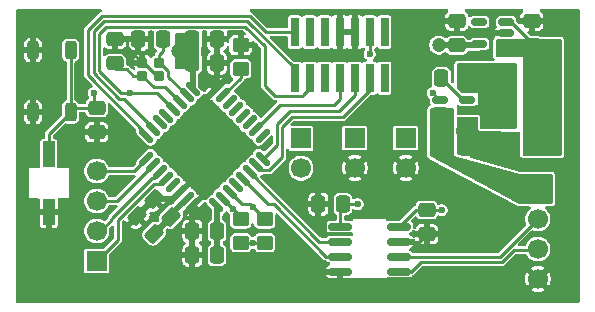
<source format=gbr>
%TF.GenerationSoftware,KiCad,Pcbnew,9.0.1*%
%TF.CreationDate,2025-09-03T00:36:21-07:00*%
%TF.ProjectId,stm32-test,73746d33-322d-4746-9573-742e6b696361,rev?*%
%TF.SameCoordinates,Original*%
%TF.FileFunction,Copper,L1,Top*%
%TF.FilePolarity,Positive*%
%FSLAX46Y46*%
G04 Gerber Fmt 4.6, Leading zero omitted, Abs format (unit mm)*
G04 Created by KiCad (PCBNEW 9.0.1) date 2025-09-03 00:36:21*
%MOMM*%
%LPD*%
G01*
G04 APERTURE LIST*
G04 Aperture macros list*
%AMRoundRect*
0 Rectangle with rounded corners*
0 $1 Rounding radius*
0 $2 $3 $4 $5 $6 $7 $8 $9 X,Y pos of 4 corners*
0 Add a 4 corners polygon primitive as box body*
4,1,4,$2,$3,$4,$5,$6,$7,$8,$9,$2,$3,0*
0 Add four circle primitives for the rounded corners*
1,1,$1+$1,$2,$3*
1,1,$1+$1,$4,$5*
1,1,$1+$1,$6,$7*
1,1,$1+$1,$8,$9*
0 Add four rect primitives between the rounded corners*
20,1,$1+$1,$2,$3,$4,$5,0*
20,1,$1+$1,$4,$5,$6,$7,0*
20,1,$1+$1,$6,$7,$8,$9,0*
20,1,$1+$1,$8,$9,$2,$3,0*%
G04 Aperture macros list end*
%TA.AperFunction,ComponentPad*%
%ADD10R,1.700000X1.700000*%
%TD*%
%TA.AperFunction,ComponentPad*%
%ADD11C,1.700000*%
%TD*%
%TA.AperFunction,SMDPad,CuDef*%
%ADD12R,0.990600X2.184400*%
%TD*%
%TA.AperFunction,SMDPad,CuDef*%
%ADD13RoundRect,0.150000X-0.825000X-0.150000X0.825000X-0.150000X0.825000X0.150000X-0.825000X0.150000X0*%
%TD*%
%TA.AperFunction,SMDPad,CuDef*%
%ADD14RoundRect,0.250000X-0.337500X-0.475000X0.337500X-0.475000X0.337500X0.475000X-0.337500X0.475000X0*%
%TD*%
%TA.AperFunction,SMDPad,CuDef*%
%ADD15RoundRect,0.250000X0.337500X0.475000X-0.337500X0.475000X-0.337500X-0.475000X0.337500X-0.475000X0*%
%TD*%
%TA.AperFunction,SMDPad,CuDef*%
%ADD16RoundRect,0.250000X0.574524X0.097227X0.097227X0.574524X-0.574524X-0.097227X-0.097227X-0.574524X0*%
%TD*%
%TA.AperFunction,SMDPad,CuDef*%
%ADD17RoundRect,0.250000X0.475000X-0.337500X0.475000X0.337500X-0.475000X0.337500X-0.475000X-0.337500X0*%
%TD*%
%TA.AperFunction,SMDPad,CuDef*%
%ADD18RoundRect,0.250000X-0.475000X0.337500X-0.475000X-0.337500X0.475000X-0.337500X0.475000X0.337500X0*%
%TD*%
%TA.AperFunction,SMDPad,CuDef*%
%ADD19R,0.740000X2.400000*%
%TD*%
%TA.AperFunction,SMDPad,CuDef*%
%ADD20RoundRect,0.250000X-0.750000X-0.650000X0.750000X-0.650000X0.750000X0.650000X-0.750000X0.650000X0*%
%TD*%
%TA.AperFunction,SMDPad,CuDef*%
%ADD21RoundRect,0.250000X0.450000X-0.350000X0.450000X0.350000X-0.450000X0.350000X-0.450000X-0.350000X0*%
%TD*%
%TA.AperFunction,SMDPad,CuDef*%
%ADD22RoundRect,0.250000X0.250000X-0.525000X0.250000X0.525000X-0.250000X0.525000X-0.250000X-0.525000X0*%
%TD*%
%TA.AperFunction,SMDPad,CuDef*%
%ADD23RoundRect,0.125000X-0.530330X-0.353553X-0.353553X-0.530330X0.530330X0.353553X0.353553X0.530330X0*%
%TD*%
%TA.AperFunction,SMDPad,CuDef*%
%ADD24RoundRect,0.125000X-0.530330X0.353553X0.353553X-0.530330X0.530330X-0.353553X-0.353553X0.530330X0*%
%TD*%
%TA.AperFunction,SMDPad,CuDef*%
%ADD25RoundRect,0.150000X-0.512500X-0.150000X0.512500X-0.150000X0.512500X0.150000X-0.512500X0.150000X0*%
%TD*%
%TA.AperFunction,SMDPad,CuDef*%
%ADD26RoundRect,0.150000X0.512500X0.150000X-0.512500X0.150000X-0.512500X-0.150000X0.512500X-0.150000X0*%
%TD*%
%TA.AperFunction,SMDPad,CuDef*%
%ADD27RoundRect,0.200000X-0.250000X-0.200000X0.250000X-0.200000X0.250000X0.200000X-0.250000X0.200000X0*%
%TD*%
%TA.AperFunction,ViaPad*%
%ADD28C,0.600000*%
%TD*%
%TA.AperFunction,ViaPad*%
%ADD29C,1.200000*%
%TD*%
%TA.AperFunction,Conductor*%
%ADD30C,0.254000*%
%TD*%
%TA.AperFunction,Conductor*%
%ADD31C,0.508000*%
%TD*%
G04 APERTURE END LIST*
D10*
%TO.P,J1,1,Pin_1*%
%TO.N,+12V*%
X168910000Y-96774000D03*
D11*
%TO.P,J1,2,Pin_2*%
%TO.N,/CANH*%
X168910000Y-99314000D03*
%TO.P,J1,3,Pin_3*%
%TO.N,/CANL*%
X168910000Y-101854000D03*
%TO.P,J1,4,Pin_4*%
%TO.N,GND*%
X168910000Y-104394000D03*
%TD*%
D12*
%TO.P,SW1,1,1*%
%TO.N,GND*%
X127508000Y-98704400D03*
%TO.P,SW1,2,2*%
%TO.N,/NRST*%
X127508000Y-93827600D03*
%TD*%
D13*
%TO.P,U5,8,VCC2*%
%TO.N,+5V*%
X157161000Y-99949000D03*
%TO.P,U5,7,GND2*%
%TO.N,GND*%
X157161000Y-101219000D03*
%TO.P,U5,6,CANH*%
%TO.N,/CANH*%
X157161000Y-102489000D03*
%TO.P,U5,5,CANL*%
%TO.N,/CANL*%
X157161000Y-103759000D03*
%TO.P,U5,4,GND1*%
%TO.N,GND*%
X152211000Y-103759000D03*
%TO.P,U5,3,RXD*%
%TO.N,/CAN_RX*%
X152211000Y-102489000D03*
%TO.P,U5,2,TXD*%
%TO.N,/CAN_TX*%
X152211000Y-101219000D03*
%TO.P,U5,1,VCC1*%
%TO.N,+3V3*%
X152211000Y-99949000D03*
%TD*%
D10*
%TO.P,J4,1,Pin_1*%
%TO.N,+3V3*%
X153416000Y-92456000D03*
D11*
%TO.P,J4,2,Pin_2*%
%TO.N,GND*%
X153416000Y-94996000D03*
%TD*%
D14*
%TO.P,C1,2*%
%TO.N,GND*%
X141753500Y-86106000D03*
%TO.P,C1,1*%
%TO.N,+3V3*%
X139678500Y-86106000D03*
%TD*%
%TO.P,C2,2*%
%TO.N,GND*%
X141753500Y-84074000D03*
%TO.P,C2,1*%
%TO.N,+3V3*%
X139678500Y-84074000D03*
%TD*%
D15*
%TO.P,C3,2*%
%TO.N,GND*%
X139678500Y-100330000D03*
%TO.P,C3,1*%
%TO.N,+3V3*%
X141753500Y-100330000D03*
%TD*%
%TO.P,C4,2*%
%TO.N,GND*%
X139678500Y-102362000D03*
%TO.P,C4,1*%
%TO.N,+3V3*%
X141753500Y-102362000D03*
%TD*%
D16*
%TO.P,C5,2*%
%TO.N,GND*%
X136411174Y-97636333D03*
%TO.P,C5,1*%
%TO.N,Net-(U1-VDDA)*%
X137878420Y-99103579D03*
%TD*%
%TO.P,C6,2*%
%TO.N,GND*%
X134974333Y-99073174D03*
%TO.P,C6,1*%
%TO.N,Net-(U1-VDDA)*%
X136441579Y-100540420D03*
%TD*%
D17*
%TO.P,C7,2*%
%TO.N,/NRST*%
X131572000Y-89894500D03*
%TO.P,C7,1*%
%TO.N,GND*%
X131572000Y-91969500D03*
%TD*%
D15*
%TO.P,C8,2*%
%TO.N,GND*%
X135106500Y-84074000D03*
%TO.P,C8,1*%
%TO.N,/OSC_IN*%
X137181500Y-84074000D03*
%TD*%
D17*
%TO.P,C9,2*%
%TO.N,GND*%
X133096000Y-84052500D03*
%TO.P,C9,1*%
%TO.N,/OSC_OUT*%
X133096000Y-86127500D03*
%TD*%
D15*
%TO.P,C10,2*%
%TO.N,+12V*%
X160760500Y-92964000D03*
%TO.P,C10,1*%
%TO.N,GND*%
X162835500Y-92964000D03*
%TD*%
%TO.P,C11,2*%
%TO.N,Net-(U2-BST)*%
X160760500Y-87376000D03*
%TO.P,C11,1*%
%TO.N,Net-(U2-SW)*%
X162835500Y-87376000D03*
%TD*%
D14*
%TO.P,C12,2*%
%TO.N,+5V*%
X168677500Y-92964000D03*
%TO.P,C12,1*%
%TO.N,GND*%
X166602500Y-92964000D03*
%TD*%
D18*
%TO.P,C13,2*%
%TO.N,+5V*%
X168402000Y-84603500D03*
%TO.P,C13,1*%
%TO.N,GND*%
X168402000Y-82528500D03*
%TD*%
%TO.P,C14,2*%
%TO.N,+3V3*%
X162052000Y-84603500D03*
%TO.P,C14,1*%
%TO.N,GND*%
X162052000Y-82528500D03*
%TD*%
D15*
%TO.P,C15,2*%
%TO.N,GND*%
X150346500Y-98044000D03*
%TO.P,C15,1*%
%TO.N,+3V3*%
X152421500Y-98044000D03*
%TD*%
D18*
%TO.P,C16,2*%
%TO.N,GND*%
X159512000Y-100605500D03*
%TO.P,C16,1*%
%TO.N,+5V*%
X159512000Y-98530500D03*
%TD*%
D11*
%TO.P,J2,4,Pin_4*%
%TO.N,/SPI_CS*%
X131572000Y-95250000D03*
%TO.P,J2,3,Pin_3*%
%TO.N,/SPI_CLK*%
X131572000Y-97790000D03*
%TO.P,J2,2,Pin_2*%
%TO.N,/SPI_MISO*%
X131572000Y-100330000D03*
D10*
%TO.P,J2,1,Pin_1*%
%TO.N,/SPI_MOSI*%
X131572000Y-102870000D03*
%TD*%
D11*
%TO.P,J5,2,Pin_2*%
%TO.N,/I2C_SCL*%
X148869000Y-95016000D03*
D10*
%TO.P,J5,1,Pin_1*%
%TO.N,/I2C_SDA*%
X148869000Y-92476000D03*
%TD*%
D11*
%TO.P,J6,2,Pin_2*%
%TO.N,GND*%
X157734000Y-94996000D03*
D10*
%TO.P,J6,1,Pin_1*%
%TO.N,+3V3*%
X157734000Y-92456000D03*
%TD*%
D19*
%TO.P,J7,14,Pin_14*%
%TO.N,/UART_TX*%
X148336000Y-87376000D03*
%TO.P,J7,13,Pin_13*%
%TO.N,/UART_RX*%
X148336000Y-83476000D03*
%TO.P,J7,12,Pin_12*%
%TO.N,/NRST*%
X149606000Y-87376000D03*
%TO.P,J7,11,Pin_11*%
%TO.N,/GNDDETECT*%
X149606000Y-83476000D03*
%TO.P,J7,10,Pin_10*%
%TO.N,unconnected-(J7-Pin_10-Pad10)*%
X150876000Y-87376000D03*
%TO.P,J7,9,Pin_9*%
%TO.N,unconnected-(J7-Pin_9-Pad9)*%
X150876000Y-83476000D03*
%TO.P,J7,8,Pin_8*%
%TO.N,/STLINK_SWO*%
X152146000Y-87376000D03*
%TO.P,J7,7,Pin_7*%
%TO.N,GND*%
X152146000Y-83476000D03*
%TO.P,J7,6,Pin_6*%
%TO.N,/STLINK_SWCLK*%
X153416000Y-87376000D03*
%TO.P,J7,5,Pin_5*%
%TO.N,GND*%
X153416000Y-83476000D03*
%TO.P,J7,4,Pin_4*%
%TO.N,/STLINK_SWDIO*%
X154686000Y-87376000D03*
%TO.P,J7,3,Pin_3*%
%TO.N,+3V3*%
X154686000Y-83476000D03*
%TO.P,J7,2,Pin_2*%
%TO.N,unconnected-(J7-Pin_2-Pad2)*%
X155956000Y-87376000D03*
%TO.P,J7,1,Pin_1*%
%TO.N,unconnected-(J7-Pin_1-Pad1)*%
X155956000Y-83476000D03*
%TD*%
D20*
%TO.P,L1,2,2*%
%TO.N,+5V*%
X169636000Y-88900000D03*
%TO.P,L1,1,1*%
%TO.N,Net-(U2-SW)*%
X165136000Y-88900000D03*
%TD*%
D21*
%TO.P,R1,2*%
%TO.N,GND*%
X143764000Y-84598000D03*
%TO.P,R1,1*%
%TO.N,/BOOT0*%
X143764000Y-86598000D03*
%TD*%
%TO.P,R2,2*%
%TO.N,/I2C_SCL*%
X145796000Y-99314000D03*
%TO.P,R2,1*%
%TO.N,+3V3*%
X145796000Y-101314000D03*
%TD*%
%TO.P,R3,2*%
%TO.N,/I2C_SDA*%
X143764000Y-99314000D03*
%TO.P,R3,1*%
%TO.N,+3V3*%
X143764000Y-101314000D03*
%TD*%
D22*
%TO.P,SW2,2,2*%
%TO.N,/NRST*%
X129362000Y-85005000D03*
X129362000Y-90255000D03*
%TO.P,SW2,1,1*%
%TO.N,GND*%
X126162000Y-85005000D03*
X126162000Y-90255000D03*
%TD*%
D23*
%TO.P,U1,32,VSS*%
%TO.N,GND*%
X141688272Y-88285930D03*
%TO.P,U1,31,PB8*%
%TO.N,/BOOT0*%
X142253957Y-88851616D03*
%TO.P,U1,30,PB7*%
%TO.N,unconnected-(U1-PB7-Pad30)*%
X142819643Y-89417301D03*
%TO.P,U1,29,PB6*%
%TO.N,unconnected-(U1-PB6-Pad29)*%
X143385328Y-89982986D03*
%TO.P,U1,28,PB5*%
%TO.N,unconnected-(U1-PB5-Pad28)*%
X143951014Y-90548672D03*
%TO.P,U1,27,PB4*%
%TO.N,unconnected-(U1-PB4-Pad27)*%
X144516699Y-91114357D03*
%TO.P,U1,26,PB3*%
%TO.N,/STLINK_SWO*%
X145082384Y-91680043D03*
%TO.P,U1,25,PA15*%
%TO.N,unconnected-(U1-PA15-Pad25)*%
X145648070Y-92245728D03*
D24*
%TO.P,U1,24,PA14*%
%TO.N,/STLINK_SWCLK*%
X145648070Y-94190272D03*
%TO.P,U1,23,PA13*%
%TO.N,/STLINK_SWDIO*%
X145082384Y-94755957D03*
%TO.P,U1,22,PA12*%
%TO.N,/CAN_TX*%
X144516699Y-95321643D03*
%TO.P,U1,21,PA11*%
%TO.N,/CAN_RX*%
X143951014Y-95887328D03*
%TO.P,U1,20,PA10*%
%TO.N,unconnected-(U1-PA10-Pad20)*%
X143385328Y-96453014D03*
%TO.P,U1,19,PA9*%
%TO.N,/I2C_SCL*%
X142819643Y-97018699D03*
%TO.P,U1,18,PA8*%
%TO.N,/I2C_SDA*%
X142253957Y-97584384D03*
%TO.P,U1,17,VDD*%
%TO.N,+3V3*%
X141688272Y-98150070D03*
D23*
%TO.P,U1,16,VSS*%
%TO.N,GND*%
X139743728Y-98150070D03*
%TO.P,U1,15,VDDA*%
%TO.N,Net-(U1-VDDA)*%
X139178043Y-97584384D03*
%TO.P,U1,14,VSSA*%
%TO.N,GND*%
X138612357Y-97018699D03*
%TO.P,U1,13,PB0*%
%TO.N,unconnected-(U1-PB0-Pad13)*%
X138046672Y-96453014D03*
%TO.P,U1,12,PA7*%
%TO.N,/SPI_MOSI*%
X137480986Y-95887328D03*
%TO.P,U1,11,PA6*%
%TO.N,/SPI_MISO*%
X136915301Y-95321643D03*
%TO.P,U1,10,PA5*%
%TO.N,/SPI_CLK*%
X136349616Y-94755957D03*
%TO.P,U1,9,PA4*%
%TO.N,/SPI_CS*%
X135783930Y-94190272D03*
D24*
%TO.P,U1,8,PA3*%
%TO.N,/UART_RX*%
X135783930Y-92245728D03*
%TO.P,U1,7,PA2*%
%TO.N,/UART_TX*%
X136349616Y-91680043D03*
%TO.P,U1,6,PA1*%
%TO.N,unconnected-(U1-PA1-Pad6)*%
X136915301Y-91114357D03*
%TO.P,U1,5,PA0*%
%TO.N,unconnected-(U1-PA0-Pad5)*%
X137480986Y-90548672D03*
%TO.P,U1,4,PG10*%
%TO.N,/NRST*%
X138046672Y-89982986D03*
%TO.P,U1,3,PF1*%
%TO.N,/OSC_OUT*%
X138612357Y-89417301D03*
%TO.P,U1,2,PF0*%
%TO.N,/OSC_IN*%
X139178043Y-88851616D03*
%TO.P,U1,1,VDD*%
%TO.N,+3V3*%
X139743728Y-88285930D03*
%TD*%
D25*
%TO.P,U2,6,BST*%
%TO.N,Net-(U2-BST)*%
X162935500Y-89220000D03*
%TO.P,U2,5,SW*%
%TO.N,Net-(U2-SW)*%
X162935500Y-90170000D03*
%TO.P,U2,4,GND*%
%TO.N,GND*%
X162935500Y-91120000D03*
%TO.P,U2,3,IN*%
%TO.N,+12V*%
X160660500Y-91120000D03*
%TO.P,U2,2,EN*%
X160660500Y-90170000D03*
%TO.P,U2,1,FB*%
%TO.N,+5V*%
X160660500Y-89220000D03*
%TD*%
D26*
%TO.P,U3,5,VOUT*%
%TO.N,+3V3*%
X163962500Y-84516000D03*
%TO.P,U3,4,NC*%
%TO.N,unconnected-(U3-NC-Pad4)*%
X163962500Y-82616000D03*
%TO.P,U3,3,EN*%
%TO.N,+5V*%
X166237500Y-82616000D03*
%TO.P,U3,2,GND*%
%TO.N,GND*%
X166237500Y-83566000D03*
%TO.P,U3,1,VIN*%
%TO.N,+5V*%
X166237500Y-84516000D03*
%TD*%
D27*
%TO.P,Y2,4,4*%
%TO.N,GND*%
X135444000Y-86064000D03*
%TO.P,Y2,3,3*%
%TO.N,/OSC_IN*%
X136844000Y-86064000D03*
%TO.P,Y2,2,2*%
%TO.N,GND*%
X136844000Y-87164000D03*
%TO.P,Y2,1,1*%
%TO.N,/OSC_OUT*%
X135444000Y-87164000D03*
%TD*%
D28*
%TO.N,/NRST*%
X131318000Y-88646000D03*
X134366000Y-88646000D03*
%TO.N,+3V3*%
X153670000Y-98044000D03*
%TO.N,+5V*%
X160020000Y-88646000D03*
X170434000Y-93218000D03*
X160782000Y-98552000D03*
D29*
%TO.N,GND*%
X140716000Y-89662000D03*
D28*
X144937910Y-84678090D03*
X134672000Y-85292000D03*
%TO.N,+3V3*%
X141752000Y-101346000D03*
D29*
X138430000Y-85090000D03*
D28*
X144780000Y-101314000D03*
D29*
X160528000Y-84582000D03*
D28*
X154686000Y-85344000D03*
%TO.N,/I2C_SCL*%
X144780000Y-98298000D03*
%TO.N,/I2C_SDA*%
X143111787Y-98442213D03*
%TD*%
D30*
%TO.N,/NRST*%
X131318000Y-88646000D02*
X131318000Y-89640500D01*
X131318000Y-89640500D02*
X131572000Y-89894500D01*
X134366000Y-88646000D02*
X136709686Y-88646000D01*
X134366000Y-88646000D02*
X133620936Y-88646000D01*
X133620936Y-88646000D02*
X133104468Y-88129532D01*
X136709686Y-88646000D02*
X138046672Y-89982986D01*
%TO.N,+3V3*%
X152421500Y-98044000D02*
X153670000Y-98044000D01*
%TO.N,+5V*%
X160594000Y-89220000D02*
X160020000Y-88646000D01*
X160660500Y-89220000D02*
X160594000Y-89220000D01*
X160760500Y-98530500D02*
X160782000Y-98552000D01*
X159512000Y-98530500D02*
X160760500Y-98530500D01*
%TO.N,/CANL*%
X157161000Y-103759000D02*
X158189000Y-103759000D01*
X165884468Y-102944000D02*
X166914468Y-101914000D01*
X158189000Y-103759000D02*
X159004000Y-102944000D01*
X159004000Y-102944000D02*
X165884468Y-102944000D01*
X166914468Y-101914000D02*
X168811000Y-101914000D01*
%TO.N,/CANH*%
X157161000Y-102489000D02*
X165696000Y-102489000D01*
X165696000Y-102489000D02*
X168811000Y-99374000D01*
%TO.N,+3V3*%
X152211000Y-99949000D02*
X152211000Y-98254500D01*
X152211000Y-98254500D02*
X152421500Y-98044000D01*
%TO.N,+5V*%
X157161000Y-99949000D02*
X158579500Y-98530500D01*
X158579500Y-98530500D02*
X159512000Y-98530500D01*
%TO.N,GND*%
X159512000Y-100605500D02*
X158898500Y-101219000D01*
X158898500Y-101219000D02*
X157161000Y-101219000D01*
%TO.N,/CAN_TX*%
X144516699Y-95321643D02*
X150414056Y-101219000D01*
X150414056Y-101219000D02*
X152211000Y-101219000D01*
%TO.N,/CAN_RX*%
X143951014Y-95887328D02*
X143951014Y-95945014D01*
X143951014Y-95945014D02*
X146050000Y-98044000D01*
X146050000Y-98044000D02*
X146558000Y-98044000D01*
X146558000Y-98044000D02*
X151003000Y-102489000D01*
X151003000Y-102489000D02*
X152211000Y-102489000D01*
%TO.N,/NRST*%
X127508000Y-93776800D02*
X127508000Y-92109000D01*
X127508000Y-92109000D02*
X129362000Y-90255000D01*
X129362000Y-85005000D02*
X129362000Y-90255000D01*
X131572000Y-89894500D02*
X129722500Y-89894500D01*
X129722500Y-89894500D02*
X129362000Y-90255000D01*
D31*
%TO.N,GND*%
X141688272Y-88285930D02*
X140716000Y-89258202D01*
X140716000Y-89258202D02*
X140716000Y-89662000D01*
%TO.N,+3V3*%
X139743728Y-88285930D02*
X139700000Y-88242202D01*
X139700000Y-88242202D02*
X139700000Y-84095500D01*
%TO.N,GND*%
X141732000Y-84095500D02*
X141732000Y-88242202D01*
D30*
X135594000Y-86064000D02*
X135444000Y-86064000D01*
X134112000Y-84052500D02*
X134112000Y-84732000D01*
X134112000Y-84052500D02*
X135085000Y-84052500D01*
D31*
X139677000Y-100331500D02*
X139678500Y-100330000D01*
D30*
X134112000Y-84732000D02*
X134672000Y-85292000D01*
D31*
X141732000Y-86127500D02*
X141753500Y-86106000D01*
D30*
X133096000Y-84052500D02*
X134112000Y-84052500D01*
D31*
X139677000Y-102362000D02*
X139677000Y-100331500D01*
X141753500Y-88220702D02*
X141688272Y-88285930D01*
D30*
X143764000Y-84598000D02*
X144857820Y-84598000D01*
X136694000Y-87164000D02*
X135594000Y-86064000D01*
D31*
X136411174Y-97636333D02*
X137994723Y-97636333D01*
X137994723Y-97636333D02*
X138612357Y-97018699D01*
D30*
X135085000Y-84052500D02*
X135106500Y-84074000D01*
X134672000Y-85292000D02*
X135444000Y-86064000D01*
X144857820Y-84598000D02*
X144937910Y-84678090D01*
D31*
X134974333Y-99073174D02*
X136411174Y-97636333D01*
X139678500Y-98215298D02*
X139743728Y-98150070D01*
X139678500Y-100330000D02*
X139678500Y-98215298D01*
D30*
X136844000Y-87164000D02*
X136694000Y-87164000D01*
D31*
X139698500Y-100858000D02*
X139678500Y-100838000D01*
D30*
%TO.N,Net-(U2-BST)*%
X160760500Y-87376000D02*
X162604500Y-89220000D01*
D31*
X162604500Y-89220000D02*
X162935500Y-89220000D01*
D30*
%TO.N,+5V*%
X168402000Y-84603500D02*
X168402000Y-84387850D01*
X166630150Y-82616000D02*
X166237500Y-82616000D01*
X168402000Y-84387850D02*
X166630150Y-82616000D01*
%TO.N,+3V3*%
X154686000Y-83476000D02*
X154686000Y-85344000D01*
X141752000Y-101346000D02*
X141752000Y-102360500D01*
D31*
X139700000Y-84095500D02*
X139678500Y-84074000D01*
X162052000Y-84603500D02*
X163068000Y-84603500D01*
X163875000Y-84603500D02*
X163962500Y-84516000D01*
X141753500Y-98215298D02*
X141688272Y-98150070D01*
D30*
X143764000Y-101314000D02*
X144780000Y-101314000D01*
D31*
X141752000Y-101346000D02*
X141752000Y-100331500D01*
X141752000Y-100331500D02*
X141753500Y-100330000D01*
X141752000Y-102362000D02*
X141752000Y-101346000D01*
X139678500Y-86106000D02*
X139700000Y-86127500D01*
D30*
X144780000Y-101314000D02*
X145796000Y-101314000D01*
D31*
X141773500Y-100858000D02*
X141753500Y-100838000D01*
X160549500Y-84603500D02*
X160528000Y-84582000D01*
X163068000Y-84603500D02*
X163875000Y-84603500D01*
X141753500Y-100330000D02*
X141753500Y-98215298D01*
X162052000Y-84603500D02*
X160549500Y-84603500D01*
D30*
%TO.N,/UART_RX*%
X130810000Y-83288265D02*
X132003266Y-82095000D01*
X144528468Y-82095000D02*
X145909468Y-83476000D01*
X135783930Y-92245728D02*
X135783930Y-92095930D01*
X135783930Y-92095930D02*
X130810000Y-87122000D01*
X130810000Y-87122000D02*
X130810000Y-83288265D01*
X132003266Y-82095000D02*
X144528468Y-82095000D01*
X145909468Y-83476000D02*
X148336000Y-83476000D01*
%TO.N,/UART_TX*%
X133858000Y-89154000D02*
X133485468Y-89154000D01*
X132191733Y-82550000D02*
X144340000Y-82550000D01*
X144340000Y-82550000D02*
X148336000Y-86546000D01*
X131318000Y-83423733D02*
X132191733Y-82550000D01*
X135128000Y-90424000D02*
X133858000Y-89154000D01*
X136349616Y-91645616D02*
X136349616Y-91680043D01*
X135128000Y-90424000D02*
X136349616Y-91645616D01*
X148336000Y-86546000D02*
X148336000Y-87376000D01*
X131318000Y-86986532D02*
X131318000Y-83423733D01*
X133485468Y-89154000D02*
X131318000Y-86986532D01*
%TO.N,/BOOT0*%
X143764000Y-86598000D02*
X143764000Y-87341573D01*
X143764000Y-87341573D02*
X142253957Y-88851616D01*
%TO.N,/SPI_MOSI*%
X133350000Y-101092000D02*
X131572000Y-102870000D01*
X137480986Y-95887328D02*
X137060892Y-96307422D01*
X136445371Y-96307422D02*
X133350000Y-99402793D01*
X133350000Y-99402793D02*
X133350000Y-101092000D01*
X137060892Y-96307422D02*
X136445371Y-96307422D01*
%TO.N,/OSC_IN*%
X136844000Y-85406000D02*
X137181500Y-85068500D01*
X137622000Y-87295573D02*
X139178043Y-88851616D01*
X136844000Y-86064000D02*
X136946246Y-86064000D01*
X136946246Y-86064000D02*
X137622000Y-86739754D01*
X136844000Y-86064000D02*
X136844000Y-85406000D01*
X137622000Y-86739754D02*
X137622000Y-87295573D01*
X137181500Y-85068500D02*
X137181500Y-84074000D01*
%TO.N,/SPI_MISO*%
X136256904Y-95852422D02*
X132895000Y-99214326D01*
X132895000Y-99341945D02*
X131906945Y-100330000D01*
X132895000Y-99214326D02*
X132895000Y-99341945D01*
X136384522Y-95852422D02*
X136256904Y-95852422D01*
X136915301Y-95321643D02*
X136384522Y-95852422D01*
X131906945Y-100330000D02*
X131572000Y-100330000D01*
%TO.N,/STLINK_SWCLK*%
X146812000Y-91304532D02*
X147946532Y-90170000D01*
X146812000Y-93026342D02*
X146812000Y-91304532D01*
X145648070Y-94190272D02*
X146812000Y-93026342D01*
X153416000Y-88832532D02*
X153416000Y-87376000D01*
X147946532Y-90170000D02*
X152078532Y-90170000D01*
X152078532Y-90170000D02*
X153416000Y-88832532D01*
%TO.N,/STLINK_SWDIO*%
X147267000Y-94095864D02*
X147267000Y-91493000D01*
X154686000Y-88426000D02*
X154686000Y-87376000D01*
X145082384Y-94755957D02*
X145502478Y-95176051D01*
X147267000Y-91493000D02*
X148082000Y-90678000D01*
X146186813Y-95176051D02*
X147267000Y-94095864D01*
X148082000Y-90678000D02*
X152434000Y-90678000D01*
X152434000Y-90678000D02*
X154686000Y-88426000D01*
X145502478Y-95176051D02*
X146186813Y-95176051D01*
%TO.N,/STLINK_SWO*%
X147100427Y-89662000D02*
X151638000Y-89662000D01*
X145082384Y-91680043D02*
X147100427Y-89662000D01*
X151638000Y-89662000D02*
X152146000Y-89154000D01*
X152146000Y-89154000D02*
X152146000Y-87376000D01*
%TO.N,/SPI_CS*%
X134724202Y-95250000D02*
X131572000Y-95250000D01*
X135783930Y-94190272D02*
X134724202Y-95250000D01*
%TO.N,/SPI_CLK*%
X133315573Y-97790000D02*
X136349616Y-94755957D01*
X131572000Y-97790000D02*
X133315573Y-97790000D01*
%TO.N,/I2C_SCL*%
X144780000Y-98298000D02*
X144653000Y-98171000D01*
X145796000Y-99314000D02*
X144780000Y-98298000D01*
X143844944Y-98044000D02*
X142819643Y-97018699D01*
X144526000Y-98044000D02*
X143844944Y-98044000D01*
X144780000Y-98298000D02*
X144526000Y-98044000D01*
%TO.N,/I2C_SDA*%
X143111787Y-98442213D02*
X143764000Y-99094427D01*
X142253957Y-97584384D02*
X143111787Y-98442213D01*
X143764000Y-99094427D02*
X143764000Y-99314000D01*
%TO.N,/OSC_OUT*%
X137333056Y-88138000D02*
X138612357Y-89417301D01*
X135444000Y-87164000D02*
X136418000Y-88138000D01*
X136418000Y-88138000D02*
X137333056Y-88138000D01*
X134133500Y-86635500D02*
X134662000Y-87164000D01*
X134662000Y-87164000D02*
X135444000Y-87164000D01*
X133096000Y-86635500D02*
X134133500Y-86635500D01*
D31*
%TO.N,Net-(U1-VDDA)*%
X139178043Y-97584384D02*
X137878420Y-98884007D01*
X136441579Y-100540420D02*
X137878420Y-99103579D01*
X137878420Y-98884007D02*
X137878420Y-99103579D01*
%TO.N,GND*%
X141732000Y-88242202D02*
X141688272Y-88285930D01*
X141753500Y-84074000D02*
X141732000Y-84095500D01*
D30*
%TO.N,/NRST*%
X132364201Y-83021000D02*
X144167532Y-83021000D01*
X146689000Y-88904000D02*
X149034000Y-88904000D01*
X149606000Y-88206000D02*
X149606000Y-87376000D01*
X133104468Y-88129532D02*
X133446080Y-88471144D01*
X133104468Y-88129532D02*
X131773000Y-86798064D01*
X149034000Y-88778000D02*
X149606000Y-88206000D01*
X131773000Y-83612201D02*
X132364201Y-83021000D01*
X131773000Y-86798064D02*
X131773000Y-83612201D01*
X144167532Y-83021000D02*
X145796000Y-84649468D01*
X149034000Y-88904000D02*
X149034000Y-88778000D01*
X145796000Y-84649468D02*
X145796000Y-88011000D01*
X145796000Y-88011000D02*
X146689000Y-88904000D01*
%TD*%
%TA.AperFunction,Conductor*%
%TO.N,GND*%
G36*
X131956751Y-81553685D02*
G01*
X132002506Y-81606489D01*
X132012450Y-81675647D01*
X131983425Y-81739203D01*
X131924647Y-81776977D01*
X131921848Y-81777762D01*
X131891515Y-81785890D01*
X131876855Y-81789819D01*
X131802177Y-81832934D01*
X131802174Y-81832936D01*
X130591469Y-83043640D01*
X130547936Y-83087173D01*
X130547934Y-83087176D01*
X130504819Y-83161854D01*
X130504819Y-83161855D01*
X130482500Y-83245149D01*
X130482500Y-87078884D01*
X130482500Y-87165116D01*
X130490839Y-87196237D01*
X130504819Y-87248410D01*
X130547934Y-87323088D01*
X130547936Y-87323091D01*
X131193490Y-87968645D01*
X131226975Y-88029968D01*
X131221991Y-88099660D01*
X131180119Y-88155593D01*
X131137905Y-88176100D01*
X131124814Y-88179607D01*
X131010686Y-88245500D01*
X131010683Y-88245502D01*
X130917502Y-88338683D01*
X130917500Y-88338686D01*
X130851608Y-88452812D01*
X130845871Y-88474224D01*
X130817500Y-88580108D01*
X130817500Y-88711892D01*
X130831695Y-88764868D01*
X130851608Y-88839187D01*
X130881332Y-88890669D01*
X130917500Y-88953314D01*
X130917502Y-88953316D01*
X130918583Y-88954397D01*
X130919203Y-88955532D01*
X130922447Y-88959760D01*
X130921787Y-88960265D01*
X130952068Y-89015720D01*
X130947084Y-89085412D01*
X130905212Y-89141345D01*
X130888853Y-89151703D01*
X130884123Y-89154203D01*
X130774850Y-89234850D01*
X130694207Y-89344117D01*
X130694206Y-89344119D01*
X130646861Y-89479423D01*
X130644898Y-89478736D01*
X130616435Y-89530757D01*
X130555083Y-89564189D01*
X130528830Y-89567000D01*
X130114206Y-89567000D01*
X130047167Y-89547315D01*
X130014436Y-89516634D01*
X129997831Y-89494135D01*
X129934150Y-89407850D01*
X129824882Y-89327207D01*
X129789468Y-89314815D01*
X129772544Y-89308893D01*
X129715769Y-89268171D01*
X129690022Y-89203218D01*
X129689500Y-89191852D01*
X129689500Y-86068147D01*
X129709185Y-86001108D01*
X129761989Y-85955353D01*
X129772525Y-85951113D01*
X129824882Y-85932793D01*
X129934150Y-85852150D01*
X130014793Y-85742882D01*
X130042783Y-85662890D01*
X130059646Y-85614701D01*
X130059646Y-85614699D01*
X130062500Y-85584269D01*
X130062500Y-84425730D01*
X130059646Y-84395300D01*
X130059646Y-84395298D01*
X130014793Y-84267119D01*
X130014792Y-84267117D01*
X130014665Y-84266945D01*
X129934150Y-84157850D01*
X129824882Y-84077207D01*
X129824880Y-84077206D01*
X129696700Y-84032353D01*
X129666270Y-84029500D01*
X129666266Y-84029500D01*
X129057734Y-84029500D01*
X129057730Y-84029500D01*
X129027300Y-84032353D01*
X129027298Y-84032353D01*
X128899119Y-84077206D01*
X128899117Y-84077207D01*
X128789850Y-84157850D01*
X128709207Y-84267117D01*
X128709206Y-84267119D01*
X128664353Y-84395298D01*
X128664353Y-84395300D01*
X128661500Y-84425730D01*
X128661500Y-85584269D01*
X128664353Y-85614699D01*
X128664353Y-85614701D01*
X128709206Y-85742880D01*
X128709207Y-85742882D01*
X128789850Y-85852150D01*
X128899118Y-85932793D01*
X128951456Y-85951107D01*
X129008230Y-85991827D01*
X129033978Y-86056779D01*
X129034500Y-86068147D01*
X129034500Y-89191852D01*
X129014815Y-89258891D01*
X128962011Y-89304646D01*
X128951456Y-89308893D01*
X128899117Y-89327207D01*
X128789850Y-89407850D01*
X128709207Y-89517117D01*
X128709206Y-89517119D01*
X128664353Y-89645298D01*
X128664353Y-89645300D01*
X128661500Y-89675730D01*
X128661500Y-90440983D01*
X128641815Y-90508022D01*
X128625181Y-90528664D01*
X127245936Y-91907908D01*
X127245934Y-91907911D01*
X127202819Y-91982589D01*
X127202819Y-91982590D01*
X127182765Y-92057433D01*
X127180500Y-92065885D01*
X127180500Y-92410900D01*
X127160815Y-92477939D01*
X127108011Y-92523694D01*
X127056500Y-92534900D01*
X126992947Y-92534900D01*
X126934470Y-92546531D01*
X126934469Y-92546532D01*
X126868147Y-92590847D01*
X126823832Y-92657169D01*
X126823831Y-92657170D01*
X126812200Y-92715647D01*
X126812200Y-94846600D01*
X126792515Y-94913639D01*
X126739711Y-94959394D01*
X126688200Y-94970600D01*
X125806200Y-94970600D01*
X125806200Y-97561400D01*
X126634700Y-97561400D01*
X126701739Y-97581085D01*
X126747494Y-97633889D01*
X126758700Y-97685400D01*
X126758700Y-98450400D01*
X128257299Y-98450400D01*
X128257299Y-97685400D01*
X128276984Y-97618361D01*
X128329788Y-97572606D01*
X128381299Y-97561400D01*
X129209800Y-97561400D01*
X129209800Y-95146530D01*
X130521500Y-95146530D01*
X130521500Y-95353469D01*
X130561868Y-95556412D01*
X130561870Y-95556420D01*
X130641058Y-95747596D01*
X130756024Y-95919657D01*
X130902342Y-96065975D01*
X130902345Y-96065977D01*
X131074402Y-96180941D01*
X131265580Y-96260130D01*
X131457354Y-96298276D01*
X131468530Y-96300499D01*
X131468534Y-96300500D01*
X131468535Y-96300500D01*
X131675466Y-96300500D01*
X131675467Y-96300499D01*
X131878420Y-96260130D01*
X132069598Y-96180941D01*
X132241655Y-96065977D01*
X132387977Y-95919655D01*
X132502941Y-95747598D01*
X132528598Y-95685658D01*
X132541691Y-95654048D01*
X132585532Y-95599644D01*
X132651826Y-95577579D01*
X132656252Y-95577500D01*
X134765556Y-95577500D01*
X134832595Y-95597185D01*
X134878350Y-95649989D01*
X134888294Y-95719147D01*
X134859269Y-95782703D01*
X134853237Y-95789181D01*
X133216237Y-97426181D01*
X133154914Y-97459666D01*
X133128556Y-97462500D01*
X132656252Y-97462500D01*
X132589213Y-97442815D01*
X132543458Y-97390011D01*
X132541691Y-97385952D01*
X132502943Y-97292405D01*
X132387975Y-97120342D01*
X132241657Y-96974024D01*
X132155626Y-96916541D01*
X132069598Y-96859059D01*
X131878420Y-96779870D01*
X131878412Y-96779868D01*
X131675469Y-96739500D01*
X131675465Y-96739500D01*
X131468535Y-96739500D01*
X131468530Y-96739500D01*
X131265587Y-96779868D01*
X131265579Y-96779870D01*
X131074403Y-96859058D01*
X130902342Y-96974024D01*
X130756024Y-97120342D01*
X130641058Y-97292403D01*
X130561870Y-97483579D01*
X130561868Y-97483587D01*
X130521500Y-97686530D01*
X130521500Y-97893469D01*
X130561868Y-98096412D01*
X130561870Y-98096420D01*
X130639561Y-98283983D01*
X130641059Y-98287598D01*
X130664038Y-98321989D01*
X130756024Y-98459657D01*
X130902342Y-98605975D01*
X130902345Y-98605977D01*
X131074402Y-98720941D01*
X131265580Y-98800130D01*
X131468530Y-98840499D01*
X131468534Y-98840500D01*
X131468535Y-98840500D01*
X131675466Y-98840500D01*
X131675467Y-98840499D01*
X131878420Y-98800130D01*
X132069598Y-98720941D01*
X132241655Y-98605977D01*
X132387977Y-98459655D01*
X132502941Y-98287598D01*
X132504439Y-98283983D01*
X132541691Y-98194048D01*
X132585532Y-98139644D01*
X132651826Y-98117579D01*
X132656252Y-98117500D01*
X133229309Y-98117500D01*
X133296348Y-98137185D01*
X133342103Y-98189989D01*
X133352047Y-98259147D01*
X133323022Y-98322703D01*
X133316990Y-98329181D01*
X132632936Y-99013234D01*
X132632934Y-99013237D01*
X132589819Y-99087915D01*
X132565397Y-99179060D01*
X132563804Y-99178633D01*
X132539401Y-99233782D01*
X132532417Y-99241372D01*
X132324470Y-99449319D01*
X132263147Y-99482804D01*
X132193455Y-99477820D01*
X132167899Y-99464741D01*
X132098264Y-99418213D01*
X132069598Y-99399059D01*
X132068009Y-99398401D01*
X131878420Y-99319870D01*
X131878412Y-99319868D01*
X131675469Y-99279500D01*
X131675465Y-99279500D01*
X131468535Y-99279500D01*
X131468530Y-99279500D01*
X131265587Y-99319868D01*
X131265579Y-99319870D01*
X131074403Y-99399058D01*
X130902342Y-99514024D01*
X130756024Y-99660342D01*
X130641058Y-99832403D01*
X130561870Y-100023579D01*
X130561868Y-100023587D01*
X130521500Y-100226530D01*
X130521500Y-100433469D01*
X130561868Y-100636412D01*
X130561870Y-100636420D01*
X130627065Y-100793815D01*
X130641059Y-100827598D01*
X130658184Y-100853227D01*
X130756024Y-100999657D01*
X130902342Y-101145975D01*
X130902345Y-101145977D01*
X131074402Y-101260941D01*
X131265580Y-101340130D01*
X131439975Y-101374819D01*
X131468530Y-101380499D01*
X131468534Y-101380500D01*
X131468535Y-101380500D01*
X131675466Y-101380500D01*
X131675467Y-101380499D01*
X131878420Y-101340130D01*
X132069598Y-101260941D01*
X132241655Y-101145977D01*
X132387977Y-100999655D01*
X132502941Y-100827598D01*
X132582130Y-100636420D01*
X132622500Y-100433465D01*
X132622500Y-100226535D01*
X132610720Y-100167313D01*
X132611427Y-100159407D01*
X132608653Y-100151969D01*
X132614496Y-100125105D01*
X132616947Y-100097724D01*
X132622195Y-100089714D01*
X132623505Y-100083696D01*
X132644649Y-100055449D01*
X132810822Y-99889277D01*
X132872142Y-99855795D01*
X132941834Y-99860779D01*
X132997767Y-99902651D01*
X133022184Y-99968115D01*
X133022500Y-99976961D01*
X133022500Y-100904983D01*
X133002815Y-100972022D01*
X132986181Y-100992664D01*
X132195664Y-101783181D01*
X132134341Y-101816666D01*
X132107983Y-101819500D01*
X130702247Y-101819500D01*
X130643770Y-101831131D01*
X130643769Y-101831132D01*
X130577447Y-101875447D01*
X130533132Y-101941769D01*
X130533131Y-101941770D01*
X130521500Y-102000247D01*
X130521500Y-103739752D01*
X130533131Y-103798229D01*
X130533132Y-103798230D01*
X130577447Y-103864552D01*
X130643769Y-103908867D01*
X130643770Y-103908868D01*
X130702247Y-103920499D01*
X130702250Y-103920500D01*
X130702252Y-103920500D01*
X132441750Y-103920500D01*
X132441751Y-103920499D01*
X132456568Y-103917552D01*
X132500229Y-103908868D01*
X132500229Y-103908867D01*
X132500231Y-103908867D01*
X132538943Y-103883000D01*
X132554161Y-103872832D01*
X132566552Y-103864552D01*
X132599412Y-103815374D01*
X132610867Y-103798231D01*
X132610867Y-103798229D01*
X132610868Y-103798229D01*
X132622499Y-103739752D01*
X132622500Y-103739750D01*
X132622500Y-102885216D01*
X138837001Y-102885216D01*
X138843452Y-102945235D01*
X138843453Y-102945238D01*
X138894099Y-103081021D01*
X138894103Y-103081027D01*
X138980952Y-103197047D01*
X139096972Y-103283896D01*
X139096974Y-103283897D01*
X139232768Y-103334547D01*
X139292780Y-103340999D01*
X139424499Y-103340999D01*
X139932500Y-103340999D01*
X140064207Y-103340999D01*
X140064216Y-103340998D01*
X140124235Y-103334547D01*
X140124238Y-103334546D01*
X140260021Y-103283900D01*
X140260027Y-103283896D01*
X140376047Y-103197047D01*
X140462896Y-103081027D01*
X140462897Y-103081025D01*
X140513547Y-102945231D01*
X140519999Y-102885227D01*
X140520000Y-102885210D01*
X140520000Y-102616000D01*
X139932500Y-102616000D01*
X139932500Y-103340999D01*
X139424499Y-103340999D01*
X139424500Y-103340998D01*
X139424500Y-102616000D01*
X138837001Y-102616000D01*
X138837001Y-102885216D01*
X132622500Y-102885216D01*
X132622500Y-102334017D01*
X132642185Y-102266978D01*
X132658819Y-102246336D01*
X133066383Y-101838772D01*
X138837000Y-101838772D01*
X138837000Y-102108000D01*
X139424500Y-102108000D01*
X139932500Y-102108000D01*
X140519999Y-102108000D01*
X140519999Y-101838792D01*
X140519998Y-101838783D01*
X140513547Y-101778764D01*
X140513546Y-101778761D01*
X140462900Y-101642978D01*
X140462896Y-101642972D01*
X140376047Y-101526952D01*
X140266927Y-101445268D01*
X140225055Y-101389335D01*
X140220070Y-101319643D01*
X140253554Y-101258320D01*
X140266927Y-101246732D01*
X140376047Y-101165047D01*
X140462896Y-101049027D01*
X140462897Y-101049025D01*
X140513547Y-100913231D01*
X140519999Y-100853227D01*
X140520000Y-100853210D01*
X140520000Y-100584000D01*
X139932500Y-100584000D01*
X139932500Y-102108000D01*
X139424500Y-102108000D01*
X139424500Y-100584000D01*
X138837001Y-100584000D01*
X138837001Y-100853216D01*
X138843452Y-100913235D01*
X138843453Y-100913238D01*
X138894099Y-101049021D01*
X138894103Y-101049027D01*
X138980951Y-101165045D01*
X139090073Y-101246732D01*
X139131944Y-101302666D01*
X139136929Y-101372357D01*
X139103445Y-101433681D01*
X139090073Y-101445268D01*
X138980951Y-101526954D01*
X138894103Y-101642972D01*
X138894102Y-101642974D01*
X138843452Y-101778768D01*
X138837000Y-101838772D01*
X133066383Y-101838772D01*
X133157368Y-101747787D01*
X133378203Y-101526952D01*
X133612065Y-101293090D01*
X133655181Y-101218410D01*
X133677500Y-101135116D01*
X133677500Y-101048884D01*
X133677500Y-100637647D01*
X135411466Y-100637647D01*
X135431707Y-100771936D01*
X135490629Y-100894288D01*
X135490630Y-100894290D01*
X135495382Y-100900025D01*
X135510131Y-100917827D01*
X135510140Y-100917836D01*
X135510148Y-100917845D01*
X136064153Y-101471850D01*
X136064162Y-101471858D01*
X136064172Y-101471868D01*
X136073355Y-101479476D01*
X136087708Y-101491368D01*
X136087710Y-101491369D01*
X136210064Y-101550292D01*
X136344352Y-101570533D01*
X136478639Y-101550292D01*
X136600994Y-101491369D01*
X136624532Y-101471868D01*
X137373027Y-100723373D01*
X137392528Y-100699835D01*
X137451451Y-100577480D01*
X137471692Y-100443193D01*
X137451451Y-100308905D01*
X137445549Y-100296649D01*
X137441752Y-100273589D01*
X137433586Y-100251695D01*
X137436182Y-100239759D01*
X137434198Y-100227707D01*
X137443470Y-100206256D01*
X137448438Y-100183422D01*
X137460042Y-100167919D01*
X137461922Y-100163573D01*
X137469578Y-100155179D01*
X137493170Y-100131587D01*
X137554491Y-100098104D01*
X137624183Y-100103088D01*
X137634649Y-100107549D01*
X137646905Y-100113451D01*
X137781193Y-100133692D01*
X137915480Y-100113451D01*
X138007003Y-100069376D01*
X138037831Y-100054530D01*
X138037831Y-100054529D01*
X138037835Y-100054528D01*
X138061373Y-100035027D01*
X138219520Y-99876880D01*
X138289628Y-99806772D01*
X138837000Y-99806772D01*
X138837000Y-100076000D01*
X139424500Y-100076000D01*
X139932500Y-100076000D01*
X140519999Y-100076000D01*
X140519999Y-99806792D01*
X140519998Y-99806783D01*
X140513547Y-99746764D01*
X140513546Y-99746761D01*
X140462900Y-99610978D01*
X140462896Y-99610972D01*
X140376047Y-99494952D01*
X140260027Y-99408103D01*
X140260025Y-99408102D01*
X140124231Y-99357452D01*
X140064227Y-99351000D01*
X139932500Y-99351000D01*
X139932500Y-100076000D01*
X139424500Y-100076000D01*
X139424500Y-99351000D01*
X139292793Y-99351000D01*
X139292783Y-99351001D01*
X139232764Y-99357452D01*
X139232761Y-99357453D01*
X139096978Y-99408099D01*
X139096972Y-99408103D01*
X138980952Y-99494952D01*
X138894103Y-99610972D01*
X138894102Y-99610974D01*
X138843452Y-99746768D01*
X138837000Y-99806772D01*
X138289628Y-99806772D01*
X138380614Y-99715787D01*
X138809850Y-99286550D01*
X138809868Y-99286532D01*
X138829369Y-99262994D01*
X138888292Y-99140639D01*
X138905891Y-99023881D01*
X139223468Y-99023881D01*
X139223469Y-99023882D01*
X139326929Y-99059401D01*
X139453419Y-99059401D01*
X139573050Y-99018330D01*
X139573055Y-99018327D01*
X139632729Y-98973832D01*
X139923333Y-98683228D01*
X139923333Y-98683227D01*
X139743728Y-98503623D01*
X139223468Y-99023881D01*
X138905891Y-99023881D01*
X138908533Y-99006352D01*
X138888292Y-98872064D01*
X138861487Y-98816403D01*
X138854920Y-98802766D01*
X138843568Y-98733824D01*
X138871290Y-98669690D01*
X138878959Y-98661283D01*
X139566951Y-97973293D01*
X140263985Y-97276257D01*
X140263985Y-97276256D01*
X140160526Y-97240739D01*
X140145195Y-97240739D01*
X140078156Y-97221054D01*
X140032401Y-97168250D01*
X140028673Y-97159150D01*
X140015189Y-97122103D01*
X139994613Y-97065570D01*
X139965505Y-97027636D01*
X139734791Y-96796924D01*
X139734786Y-96796920D01*
X139734785Y-96796919D01*
X139696858Y-96767815D01*
X139696857Y-96767814D01*
X139696855Y-96767813D01*
X139696857Y-96767813D01*
X139603278Y-96733754D01*
X139547014Y-96692328D01*
X139522078Y-96627059D01*
X139521688Y-96617232D01*
X139521688Y-96601899D01*
X139486169Y-96498440D01*
X139486168Y-96498439D01*
X138789134Y-97195476D01*
X138092098Y-97892509D01*
X138098809Y-97921516D01*
X138094742Y-97991267D01*
X138053610Y-98047747D01*
X137988472Y-98073023D01*
X137978000Y-98073466D01*
X137975647Y-98073466D01*
X137841360Y-98093707D01*
X137841357Y-98093707D01*
X137719008Y-98152627D01*
X137719003Y-98152630D01*
X137695475Y-98172124D01*
X137695448Y-98172148D01*
X136946989Y-98920607D01*
X136946965Y-98920634D01*
X136927471Y-98944162D01*
X136927468Y-98944167D01*
X136868548Y-99066516D01*
X136868548Y-99066519D01*
X136848307Y-99200806D01*
X136860168Y-99279500D01*
X136868548Y-99335093D01*
X136874448Y-99347345D01*
X136878244Y-99370404D01*
X136886412Y-99392301D01*
X136883815Y-99404235D01*
X136885800Y-99416287D01*
X136876527Y-99437738D01*
X136871560Y-99460574D01*
X136859957Y-99476072D01*
X136858078Y-99480421D01*
X136850409Y-99488828D01*
X136826828Y-99512409D01*
X136765505Y-99545894D01*
X136695813Y-99540910D01*
X136685350Y-99536450D01*
X136673094Y-99530548D01*
X136538806Y-99510307D01*
X136404519Y-99530548D01*
X136404516Y-99530548D01*
X136282167Y-99589468D01*
X136282162Y-99589471D01*
X136258634Y-99608965D01*
X136258607Y-99608989D01*
X135510148Y-100357448D01*
X135510124Y-100357475D01*
X135490630Y-100381003D01*
X135490627Y-100381008D01*
X135431707Y-100503357D01*
X135431707Y-100503360D01*
X135411466Y-100637647D01*
X133677500Y-100637647D01*
X133677500Y-99945036D01*
X134461681Y-99945036D01*
X134554810Y-100038165D01*
X134554818Y-100038172D01*
X134601820Y-100076050D01*
X134733652Y-100136255D01*
X134877105Y-100156881D01*
X135020558Y-100136255D01*
X135152391Y-100076049D01*
X135199396Y-100038169D01*
X135389757Y-99847807D01*
X134974333Y-99432384D01*
X134461681Y-99945036D01*
X133677500Y-99945036D01*
X133677500Y-99589809D01*
X133686143Y-99560372D01*
X133692667Y-99530383D01*
X133696422Y-99525365D01*
X133697185Y-99522770D01*
X133713809Y-99502138D01*
X133784065Y-99431882D01*
X133845382Y-99398401D01*
X133915074Y-99403385D01*
X133968291Y-99441759D01*
X134009335Y-99492690D01*
X134102470Y-99585824D01*
X134615123Y-99073173D01*
X135333543Y-99073173D01*
X135333543Y-99073174D01*
X135748966Y-99488598D01*
X135939328Y-99298237D01*
X135939330Y-99298235D01*
X135977207Y-99251235D01*
X136037414Y-99119399D01*
X136058040Y-98975947D01*
X136038641Y-98841027D01*
X136048584Y-98771868D01*
X136094339Y-98719064D01*
X136161378Y-98699379D01*
X136179027Y-98700641D01*
X136313947Y-98720040D01*
X136457399Y-98699414D01*
X136589232Y-98639208D01*
X136636237Y-98601328D01*
X136826598Y-98410966D01*
X136411175Y-97995543D01*
X136411174Y-97995543D01*
X135901804Y-98504910D01*
X135901800Y-98504916D01*
X135333543Y-99073173D01*
X134615123Y-99073173D01*
X134754166Y-98934131D01*
X134794728Y-98893569D01*
X135523296Y-98164998D01*
X135523305Y-98164988D01*
X135578911Y-98109385D01*
X136143888Y-97544409D01*
X136205211Y-97510924D01*
X136274903Y-97515908D01*
X136319250Y-97544409D01*
X136411173Y-97636332D01*
X136503096Y-97544409D01*
X136564419Y-97510924D01*
X136634111Y-97515908D01*
X136678459Y-97544409D01*
X137185807Y-98051757D01*
X137376169Y-97861396D01*
X137376171Y-97861394D01*
X137414048Y-97814394D01*
X137474255Y-97682558D01*
X137493680Y-97547460D01*
X137522705Y-97483905D01*
X137581484Y-97446131D01*
X137651353Y-97446131D01*
X137710131Y-97483906D01*
X137733699Y-97524845D01*
X137738543Y-97538956D01*
X137738544Y-97538956D01*
X138435580Y-96841922D01*
X139132614Y-96144886D01*
X139132614Y-96144885D01*
X139029155Y-96109368D01*
X139013823Y-96109368D01*
X138946784Y-96089683D01*
X138901029Y-96036879D01*
X138897306Y-96027791D01*
X138863242Y-95934200D01*
X138834134Y-95896266D01*
X138603420Y-95665554D01*
X138603415Y-95665550D01*
X138603414Y-95665549D01*
X138565487Y-95636445D01*
X138565486Y-95636444D01*
X138565484Y-95636443D01*
X138565486Y-95636443D01*
X138457620Y-95597184D01*
X138446934Y-95595300D01*
X138447301Y-95593215D01*
X138393777Y-95577499D01*
X138348022Y-95524695D01*
X138339794Y-95486873D01*
X138338700Y-95487066D01*
X138336816Y-95476384D01*
X138336816Y-95476380D01*
X138297556Y-95368514D01*
X138268448Y-95330580D01*
X138037734Y-95099868D01*
X138037729Y-95099864D01*
X138037728Y-95099863D01*
X137999801Y-95070759D01*
X137999800Y-95070758D01*
X137999798Y-95070757D01*
X137999800Y-95070757D01*
X137891934Y-95031498D01*
X137881248Y-95029614D01*
X137881615Y-95027529D01*
X137828092Y-95011813D01*
X137782337Y-94959009D01*
X137774109Y-94921188D01*
X137773015Y-94921381D01*
X137771131Y-94910699D01*
X137771131Y-94910695D01*
X137731871Y-94802829D01*
X137702763Y-94764895D01*
X137472049Y-94534183D01*
X137472044Y-94534179D01*
X137472043Y-94534178D01*
X137434116Y-94505074D01*
X137434115Y-94505073D01*
X137434113Y-94505072D01*
X137434115Y-94505072D01*
X137326249Y-94465813D01*
X137315563Y-94463929D01*
X137315930Y-94461844D01*
X137262407Y-94446128D01*
X137216652Y-94393324D01*
X137208424Y-94355502D01*
X137207330Y-94355695D01*
X137205446Y-94345013D01*
X137205446Y-94345009D01*
X137166186Y-94237143D01*
X137137078Y-94199209D01*
X136906364Y-93968497D01*
X136906359Y-93968493D01*
X136906358Y-93968492D01*
X136883467Y-93950926D01*
X136868430Y-93939387D01*
X136868428Y-93939386D01*
X136868430Y-93939386D01*
X136760564Y-93900127D01*
X136749878Y-93898243D01*
X136750245Y-93896158D01*
X136696721Y-93880442D01*
X136650966Y-93827638D01*
X136642738Y-93789817D01*
X136641644Y-93790010D01*
X136639760Y-93779328D01*
X136639760Y-93779324D01*
X136600500Y-93671458D01*
X136571392Y-93633524D01*
X136340678Y-93402812D01*
X136340673Y-93402808D01*
X136340672Y-93402807D01*
X136302744Y-93373702D01*
X136215641Y-93341999D01*
X136194878Y-93334442D01*
X136080089Y-93334442D01*
X136059326Y-93341999D01*
X136059324Y-93341999D01*
X135972223Y-93373702D01*
X135934282Y-93402814D01*
X135934280Y-93402816D01*
X134996473Y-94340626D01*
X134996467Y-94340632D01*
X134967361Y-94378562D01*
X134967358Y-94378568D01*
X134928100Y-94486430D01*
X134928100Y-94531585D01*
X134908415Y-94598624D01*
X134891781Y-94619266D01*
X134624866Y-94886181D01*
X134563543Y-94919666D01*
X134537185Y-94922500D01*
X132656252Y-94922500D01*
X132589213Y-94902815D01*
X132543458Y-94850011D01*
X132541691Y-94845952D01*
X132502943Y-94752405D01*
X132387975Y-94580342D01*
X132241657Y-94434024D01*
X132112253Y-94347560D01*
X132069598Y-94319059D01*
X132059125Y-94314721D01*
X131878420Y-94239870D01*
X131878412Y-94239868D01*
X131675469Y-94199500D01*
X131675465Y-94199500D01*
X131468535Y-94199500D01*
X131468530Y-94199500D01*
X131265587Y-94239868D01*
X131265579Y-94239870D01*
X131074403Y-94319058D01*
X130902342Y-94434024D01*
X130756024Y-94580342D01*
X130641058Y-94752403D01*
X130561870Y-94943579D01*
X130561868Y-94943587D01*
X130521500Y-95146530D01*
X129209800Y-95146530D01*
X129209800Y-94970600D01*
X128327800Y-94970600D01*
X128260761Y-94950915D01*
X128215006Y-94898111D01*
X128203800Y-94846600D01*
X128203800Y-92715649D01*
X128203799Y-92715647D01*
X128192168Y-92657170D01*
X128192167Y-92657169D01*
X128147852Y-92590847D01*
X128081530Y-92546532D01*
X128081529Y-92546531D01*
X128023052Y-92534900D01*
X128023048Y-92534900D01*
X127959500Y-92534900D01*
X127950814Y-92532349D01*
X127941853Y-92533638D01*
X127917812Y-92522659D01*
X127892461Y-92515215D01*
X127886533Y-92508374D01*
X127878297Y-92504613D01*
X127864007Y-92482378D01*
X127846706Y-92462411D01*
X127844418Y-92451896D01*
X127840523Y-92445835D01*
X127835500Y-92410900D01*
X127835500Y-92355216D01*
X130593001Y-92355216D01*
X130599452Y-92415235D01*
X130599453Y-92415238D01*
X130650099Y-92551021D01*
X130650103Y-92551027D01*
X130736952Y-92667047D01*
X130852972Y-92753896D01*
X130852974Y-92753897D01*
X130988768Y-92804547D01*
X131048780Y-92810999D01*
X131317999Y-92810999D01*
X131826000Y-92810999D01*
X132095207Y-92810999D01*
X132095216Y-92810998D01*
X132155235Y-92804547D01*
X132155238Y-92804546D01*
X132291021Y-92753900D01*
X132291027Y-92753896D01*
X132407047Y-92667047D01*
X132493896Y-92551027D01*
X132493897Y-92551025D01*
X132544547Y-92415231D01*
X132550999Y-92355227D01*
X132551000Y-92355210D01*
X132551000Y-92223500D01*
X131826000Y-92223500D01*
X131826000Y-92810999D01*
X131317999Y-92810999D01*
X131318000Y-92810998D01*
X131318000Y-92223500D01*
X130593001Y-92223500D01*
X130593001Y-92355216D01*
X127835500Y-92355216D01*
X127835500Y-92296016D01*
X127855185Y-92228977D01*
X127871814Y-92208339D01*
X128496381Y-91583772D01*
X130593000Y-91583772D01*
X130593000Y-91715500D01*
X131318000Y-91715500D01*
X131826000Y-91715500D01*
X132550999Y-91715500D01*
X132550999Y-91583792D01*
X132550998Y-91583783D01*
X132544547Y-91523764D01*
X132544546Y-91523761D01*
X132493900Y-91387978D01*
X132493896Y-91387972D01*
X132407047Y-91271952D01*
X132291027Y-91185103D01*
X132291025Y-91185102D01*
X132155231Y-91134452D01*
X132095227Y-91128000D01*
X131826000Y-91128000D01*
X131826000Y-91715500D01*
X131318000Y-91715500D01*
X131318000Y-91128000D01*
X131048793Y-91128000D01*
X131048783Y-91128001D01*
X130988764Y-91134452D01*
X130988761Y-91134453D01*
X130852978Y-91185099D01*
X130852972Y-91185103D01*
X130736952Y-91271952D01*
X130650103Y-91387972D01*
X130650102Y-91387974D01*
X130599452Y-91523768D01*
X130593000Y-91583772D01*
X128496381Y-91583772D01*
X128842724Y-91237429D01*
X128904045Y-91203946D01*
X128971359Y-91208071D01*
X129027301Y-91227646D01*
X129027300Y-91227646D01*
X129057730Y-91230500D01*
X129057734Y-91230500D01*
X129666270Y-91230500D01*
X129696699Y-91227646D01*
X129696701Y-91227646D01*
X129764430Y-91203946D01*
X129824882Y-91182793D01*
X129934150Y-91102150D01*
X130014793Y-90992882D01*
X130043338Y-90911305D01*
X130059646Y-90864701D01*
X130059646Y-90864699D01*
X130062500Y-90834269D01*
X130062500Y-90346000D01*
X130082185Y-90278961D01*
X130134989Y-90233206D01*
X130186500Y-90222000D01*
X130528830Y-90222000D01*
X130595869Y-90241685D01*
X130641624Y-90294489D01*
X130646674Y-90309642D01*
X130646861Y-90309577D01*
X130694206Y-90444880D01*
X130694207Y-90444882D01*
X130774850Y-90554150D01*
X130884118Y-90634793D01*
X130926845Y-90649744D01*
X131012299Y-90679646D01*
X131042730Y-90682500D01*
X131042734Y-90682500D01*
X132101270Y-90682500D01*
X132131699Y-90679646D01*
X132131701Y-90679646D01*
X132216451Y-90649990D01*
X132259882Y-90634793D01*
X132369150Y-90554150D01*
X132449793Y-90444882D01*
X132472219Y-90380790D01*
X132494646Y-90316701D01*
X132494646Y-90316699D01*
X132497500Y-90286269D01*
X132497500Y-89572017D01*
X132517185Y-89504978D01*
X132569989Y-89459223D01*
X132639147Y-89449279D01*
X132702703Y-89478304D01*
X132709181Y-89484336D01*
X134907337Y-91682492D01*
X134940822Y-91743815D01*
X134936179Y-91812581D01*
X134928100Y-91834778D01*
X134928100Y-91949569D01*
X134961779Y-92042103D01*
X134967360Y-92057435D01*
X134993108Y-92090991D01*
X134996472Y-92095375D01*
X134996474Y-92095377D01*
X135934284Y-93033184D01*
X135934290Y-93033190D01*
X135972220Y-93062296D01*
X135972223Y-93062298D01*
X136080089Y-93101558D01*
X136194878Y-93101558D01*
X136302744Y-93062298D01*
X136340678Y-93033190D01*
X136571390Y-92802476D01*
X136600500Y-92764542D01*
X136639760Y-92656676D01*
X136639760Y-92656670D01*
X136641644Y-92645990D01*
X136643728Y-92646357D01*
X136659445Y-92592834D01*
X136712249Y-92547079D01*
X136750070Y-92538851D01*
X136749878Y-92537757D01*
X136760558Y-92535873D01*
X136760564Y-92535873D01*
X136868430Y-92496613D01*
X136906364Y-92467505D01*
X137137076Y-92236791D01*
X137166186Y-92198857D01*
X137205446Y-92090991D01*
X137205446Y-92090985D01*
X137207330Y-92080305D01*
X137209414Y-92080672D01*
X137225131Y-92027148D01*
X137277935Y-91981393D01*
X137315755Y-91973165D01*
X137315563Y-91972071D01*
X137326243Y-91970187D01*
X137326249Y-91970187D01*
X137434115Y-91930927D01*
X137472049Y-91901819D01*
X137702761Y-91671105D01*
X137731871Y-91633171D01*
X137771131Y-91525305D01*
X137771131Y-91525299D01*
X137773015Y-91514619D01*
X137775099Y-91514986D01*
X137790816Y-91461463D01*
X137843620Y-91415708D01*
X137881440Y-91407480D01*
X137881248Y-91406386D01*
X137891928Y-91404502D01*
X137891934Y-91404502D01*
X137999800Y-91365242D01*
X138037734Y-91336134D01*
X138268446Y-91105420D01*
X138297556Y-91067486D01*
X138336816Y-90959620D01*
X138336816Y-90959614D01*
X138338700Y-90948934D01*
X138340784Y-90949301D01*
X138356501Y-90895777D01*
X138409305Y-90850022D01*
X138447126Y-90841794D01*
X138446934Y-90840700D01*
X138457614Y-90838816D01*
X138457620Y-90838816D01*
X138565486Y-90799556D01*
X138603420Y-90770448D01*
X138834132Y-90539734D01*
X138863242Y-90501800D01*
X138902502Y-90393934D01*
X138902502Y-90393928D01*
X138904386Y-90383248D01*
X138906470Y-90383615D01*
X138922187Y-90330092D01*
X138974991Y-90284337D01*
X139012811Y-90276109D01*
X139012619Y-90275015D01*
X139023299Y-90273131D01*
X139023305Y-90273131D01*
X139131171Y-90233871D01*
X139169105Y-90204763D01*
X139399817Y-89974049D01*
X139428927Y-89936115D01*
X139468187Y-89828249D01*
X139468187Y-89828243D01*
X139470071Y-89817563D01*
X139472155Y-89817930D01*
X139487872Y-89764407D01*
X139540676Y-89718652D01*
X139578497Y-89710424D01*
X139578305Y-89709330D01*
X139588985Y-89707446D01*
X139588991Y-89707446D01*
X139696857Y-89668186D01*
X139734791Y-89639078D01*
X139965503Y-89408364D01*
X139994613Y-89370430D01*
X140033873Y-89262564D01*
X140033873Y-89262558D01*
X140035757Y-89251878D01*
X140037841Y-89252245D01*
X140053558Y-89198721D01*
X140106362Y-89152966D01*
X140144182Y-89144738D01*
X140143990Y-89143644D01*
X140154670Y-89141760D01*
X140154676Y-89141760D01*
X140262542Y-89102500D01*
X140300476Y-89073392D01*
X140531188Y-88842678D01*
X140560298Y-88804744D01*
X140570898Y-88775618D01*
X140612323Y-88719356D01*
X140677591Y-88694419D01*
X140745980Y-88708728D01*
X140795776Y-88757739D01*
X140804701Y-88777765D01*
X140814458Y-88806187D01*
X140814459Y-88806187D01*
X141334718Y-88285929D01*
X141155113Y-88106324D01*
X140864508Y-88396930D01*
X140820014Y-88456602D01*
X140820009Y-88456612D01*
X140804700Y-88501203D01*
X140764313Y-88558218D01*
X140699513Y-88584347D01*
X140630874Y-88571294D01*
X140580187Y-88523204D01*
X140570898Y-88503347D01*
X140560298Y-88474224D01*
X140560298Y-88474223D01*
X140531190Y-88436288D01*
X140531188Y-88436286D01*
X140531185Y-88436282D01*
X140190819Y-88095916D01*
X140157334Y-88034593D01*
X140154500Y-88008235D01*
X140154500Y-87752771D01*
X141508666Y-87752771D01*
X141688271Y-87932376D01*
X142208529Y-87412117D01*
X142208529Y-87412116D01*
X142105070Y-87376599D01*
X141978581Y-87376599D01*
X141858949Y-87417669D01*
X141858944Y-87417672D01*
X141799272Y-87462166D01*
X141508666Y-87752771D01*
X140154500Y-87752771D01*
X140154500Y-87097803D01*
X140174185Y-87030764D01*
X140221516Y-86989751D01*
X140220663Y-86988137D01*
X140228879Y-86983794D01*
X140228882Y-86983793D01*
X140338150Y-86903150D01*
X140418793Y-86793882D01*
X140452820Y-86696638D01*
X140463646Y-86665701D01*
X140463646Y-86665699D01*
X140466500Y-86635269D01*
X140466500Y-86629216D01*
X140912001Y-86629216D01*
X140918452Y-86689235D01*
X140918453Y-86689238D01*
X140969099Y-86825021D01*
X140969103Y-86825027D01*
X141055952Y-86941047D01*
X141171972Y-87027896D01*
X141171974Y-87027897D01*
X141307768Y-87078547D01*
X141367780Y-87084999D01*
X141499499Y-87084999D01*
X142007500Y-87084999D01*
X142139207Y-87084999D01*
X142139216Y-87084998D01*
X142199235Y-87078547D01*
X142199238Y-87078546D01*
X142335021Y-87027900D01*
X142335027Y-87027896D01*
X142451047Y-86941047D01*
X142537896Y-86825027D01*
X142537897Y-86825025D01*
X142588547Y-86689231D01*
X142594999Y-86629227D01*
X142595000Y-86629210D01*
X142595000Y-86360000D01*
X142007500Y-86360000D01*
X142007500Y-87084999D01*
X141499499Y-87084999D01*
X141499500Y-87084998D01*
X141499500Y-86360000D01*
X140912001Y-86360000D01*
X140912001Y-86629216D01*
X140466500Y-86629216D01*
X140466500Y-85582772D01*
X140912000Y-85582772D01*
X140912000Y-85852000D01*
X141499500Y-85852000D01*
X141499500Y-84328000D01*
X142007500Y-84328000D01*
X142007500Y-85852000D01*
X142594999Y-85852000D01*
X142594999Y-85582792D01*
X142594998Y-85582783D01*
X142588547Y-85522764D01*
X142588546Y-85522761D01*
X142537900Y-85386978D01*
X142537896Y-85386972D01*
X142451047Y-85270952D01*
X142341927Y-85189268D01*
X142300055Y-85133335D01*
X142295070Y-85063643D01*
X142328554Y-85002320D01*
X142341927Y-84990732D01*
X142451047Y-84909047D01*
X142537896Y-84793027D01*
X142537898Y-84793023D01*
X142569818Y-84707445D01*
X142611689Y-84651511D01*
X142677154Y-84627094D01*
X142745427Y-84641946D01*
X142794832Y-84691351D01*
X142810000Y-84750778D01*
X142810000Y-84996206D01*
X142810001Y-84996216D01*
X142816452Y-85056235D01*
X142816453Y-85056238D01*
X142867099Y-85192021D01*
X142867103Y-85192027D01*
X142953952Y-85308047D01*
X143069972Y-85394896D01*
X143069974Y-85394897D01*
X143205768Y-85445547D01*
X143265780Y-85451999D01*
X143509999Y-85451999D01*
X144018000Y-85451999D01*
X144262207Y-85451999D01*
X144262216Y-85451998D01*
X144322235Y-85445547D01*
X144322238Y-85445546D01*
X144458021Y-85394900D01*
X144458027Y-85394896D01*
X144574047Y-85308047D01*
X144660896Y-85192027D01*
X144660897Y-85192025D01*
X144711547Y-85056231D01*
X144717999Y-84996227D01*
X144718000Y-84996210D01*
X144718000Y-84852000D01*
X144018000Y-84852000D01*
X144018000Y-85451999D01*
X143509999Y-85451999D01*
X143510000Y-85451998D01*
X143510000Y-83744000D01*
X143265793Y-83744000D01*
X143265783Y-83744001D01*
X143205764Y-83750452D01*
X143205761Y-83750453D01*
X143069978Y-83801099D01*
X143069972Y-83801103D01*
X142953952Y-83887952D01*
X142867103Y-84003972D01*
X142867102Y-84003974D01*
X142816452Y-84139768D01*
X142810000Y-84199772D01*
X142810000Y-84243638D01*
X142790315Y-84310677D01*
X142737511Y-84356432D01*
X142668353Y-84366376D01*
X142604797Y-84337351D01*
X142598319Y-84331319D01*
X142595000Y-84328000D01*
X142007500Y-84328000D01*
X141499500Y-84328000D01*
X140912001Y-84328000D01*
X140912001Y-84597216D01*
X140918452Y-84657235D01*
X140918453Y-84657238D01*
X140969099Y-84793021D01*
X140969103Y-84793027D01*
X141055951Y-84909045D01*
X141165073Y-84990732D01*
X141206944Y-85046666D01*
X141211929Y-85116357D01*
X141178445Y-85177681D01*
X141165073Y-85189268D01*
X141055951Y-85270954D01*
X140969103Y-85386972D01*
X140969102Y-85386974D01*
X140918452Y-85522768D01*
X140912000Y-85582772D01*
X140466500Y-85582772D01*
X140466500Y-85576730D01*
X140463646Y-85546303D01*
X140463646Y-85546301D01*
X140420457Y-85422875D01*
X140413500Y-85381922D01*
X140413500Y-84798077D01*
X140420459Y-84757122D01*
X140463531Y-84634027D01*
X140463646Y-84633699D01*
X140466500Y-84603266D01*
X140466500Y-83544734D01*
X140463646Y-83514301D01*
X140463646Y-83514300D01*
X140463646Y-83514299D01*
X140463350Y-83513453D01*
X140463316Y-83512787D01*
X140462036Y-83506927D01*
X140463006Y-83506715D01*
X140461848Y-83484021D01*
X140457654Y-83454853D01*
X140460087Y-83449524D01*
X140459789Y-83443674D01*
X140474436Y-83418104D01*
X140486679Y-83391297D01*
X140491607Y-83388129D01*
X140494519Y-83383047D01*
X140520665Y-83369455D01*
X140545457Y-83353523D01*
X140553554Y-83352358D01*
X140556513Y-83350821D01*
X140580392Y-83348500D01*
X140795702Y-83348500D01*
X140862741Y-83368185D01*
X140908496Y-83420989D01*
X140918991Y-83485755D01*
X140912001Y-83550770D01*
X140912000Y-83550789D01*
X140912000Y-83820000D01*
X142594999Y-83820000D01*
X142594999Y-83550792D01*
X142594998Y-83550786D01*
X142588008Y-83485753D01*
X142600415Y-83416994D01*
X142648026Y-83365857D01*
X142711298Y-83348500D01*
X143980515Y-83348500D01*
X144009955Y-83357144D01*
X144039942Y-83363668D01*
X144044957Y-83367422D01*
X144047554Y-83368185D01*
X144068196Y-83384819D01*
X144215696Y-83532319D01*
X144249181Y-83593642D01*
X144244197Y-83663334D01*
X144202325Y-83719267D01*
X144136861Y-83743684D01*
X144128015Y-83744000D01*
X144018000Y-83744000D01*
X144018000Y-84344000D01*
X144717999Y-84344000D01*
X144717999Y-84333984D01*
X144737684Y-84266945D01*
X144790488Y-84221190D01*
X144859646Y-84211246D01*
X144923202Y-84240271D01*
X144929680Y-84246303D01*
X145432181Y-84748804D01*
X145465666Y-84810127D01*
X145468500Y-84836485D01*
X145468500Y-87967884D01*
X145468500Y-88054116D01*
X145490819Y-88137410D01*
X145533935Y-88212090D01*
X146487910Y-89166065D01*
X146562590Y-89209181D01*
X146645884Y-89231500D01*
X146645886Y-89231500D01*
X146768410Y-89231500D01*
X146835449Y-89251185D01*
X146881204Y-89303989D01*
X146891148Y-89373147D01*
X146862123Y-89436703D01*
X146856091Y-89443181D01*
X145569756Y-90729515D01*
X145508433Y-90763000D01*
X145438741Y-90758016D01*
X145382808Y-90716144D01*
X145365554Y-90684246D01*
X145333269Y-90595543D01*
X145304161Y-90557609D01*
X145073447Y-90326897D01*
X145073442Y-90326893D01*
X145073441Y-90326892D01*
X145057310Y-90314514D01*
X145035513Y-90297787D01*
X145035511Y-90297786D01*
X145035513Y-90297786D01*
X144927647Y-90258527D01*
X144916961Y-90256643D01*
X144917328Y-90254558D01*
X144863805Y-90238842D01*
X144818050Y-90186038D01*
X144809822Y-90148217D01*
X144808728Y-90148410D01*
X144806844Y-90137728D01*
X144806844Y-90137724D01*
X144767584Y-90029858D01*
X144738476Y-89991924D01*
X144507762Y-89761212D01*
X144507757Y-89761208D01*
X144507756Y-89761207D01*
X144469829Y-89732103D01*
X144469828Y-89732102D01*
X144469826Y-89732101D01*
X144469828Y-89732101D01*
X144361962Y-89692842D01*
X144351276Y-89690958D01*
X144351643Y-89688873D01*
X144298119Y-89673157D01*
X144252364Y-89620353D01*
X144244136Y-89582531D01*
X144243042Y-89582724D01*
X144241158Y-89572042D01*
X144241158Y-89572038D01*
X144201898Y-89464172D01*
X144172790Y-89426238D01*
X143942076Y-89195526D01*
X143942071Y-89195522D01*
X143942070Y-89195521D01*
X143916838Y-89176159D01*
X143904142Y-89166416D01*
X143904140Y-89166415D01*
X143904142Y-89166415D01*
X143796276Y-89127156D01*
X143785590Y-89125272D01*
X143785957Y-89123187D01*
X143732434Y-89107471D01*
X143686679Y-89054667D01*
X143678451Y-89016846D01*
X143677357Y-89017039D01*
X143675473Y-89006357D01*
X143675473Y-89006353D01*
X143636213Y-88898487D01*
X143607105Y-88860553D01*
X143376391Y-88629841D01*
X143376386Y-88629837D01*
X143376385Y-88629836D01*
X143360254Y-88617458D01*
X143338457Y-88600731D01*
X143338455Y-88600730D01*
X143338457Y-88600730D01*
X143249755Y-88568446D01*
X143193491Y-88527020D01*
X143168555Y-88461751D01*
X143182865Y-88393362D01*
X143204481Y-88364246D01*
X144026065Y-87542663D01*
X144069181Y-87467983D01*
X144069181Y-87467981D01*
X144073244Y-87460945D01*
X144076227Y-87462667D01*
X144110113Y-87420632D01*
X144176411Y-87398578D01*
X144180816Y-87398500D01*
X144268270Y-87398500D01*
X144298699Y-87395646D01*
X144298701Y-87395646D01*
X144386023Y-87365090D01*
X144426882Y-87350793D01*
X144536150Y-87270150D01*
X144616793Y-87160882D01*
X144645604Y-87078546D01*
X144661646Y-87032701D01*
X144661646Y-87032699D01*
X144664500Y-87002269D01*
X144664500Y-86193730D01*
X144661646Y-86163300D01*
X144661646Y-86163298D01*
X144616793Y-86035119D01*
X144616792Y-86035117D01*
X144614084Y-86031448D01*
X144536150Y-85925850D01*
X144426882Y-85845207D01*
X144426880Y-85845206D01*
X144298700Y-85800353D01*
X144268270Y-85797500D01*
X144268266Y-85797500D01*
X143259734Y-85797500D01*
X143259730Y-85797500D01*
X143229300Y-85800353D01*
X143229298Y-85800353D01*
X143101119Y-85845206D01*
X143101117Y-85845207D01*
X142991850Y-85925850D01*
X142911207Y-86035117D01*
X142911206Y-86035119D01*
X142866353Y-86163298D01*
X142866353Y-86163300D01*
X142863500Y-86193730D01*
X142863500Y-87002269D01*
X142866353Y-87032699D01*
X142866353Y-87032701D01*
X142911206Y-87160880D01*
X142911207Y-87160882D01*
X142991850Y-87270150D01*
X143063579Y-87323088D01*
X143094793Y-87346125D01*
X143137043Y-87401772D01*
X143142502Y-87471429D01*
X143109434Y-87532978D01*
X143108840Y-87533576D01*
X142782963Y-87859453D01*
X142721640Y-87892938D01*
X142651948Y-87887954D01*
X142596015Y-87846082D01*
X142578001Y-87812035D01*
X142562084Y-87765671D01*
X142562083Y-87765670D01*
X141865049Y-88462707D01*
X141168012Y-89159741D01*
X141168013Y-89159742D01*
X141271473Y-89195261D01*
X141286805Y-89195261D01*
X141353844Y-89214946D01*
X141399599Y-89267750D01*
X141403324Y-89276842D01*
X141437387Y-89370430D01*
X141437388Y-89370431D01*
X141466100Y-89407850D01*
X141466495Y-89408364D01*
X141697209Y-89639076D01*
X141697212Y-89639078D01*
X141697213Y-89639079D01*
X141697214Y-89639080D01*
X141703861Y-89644181D01*
X141735143Y-89668186D01*
X141735142Y-89668186D01*
X141772470Y-89681772D01*
X141843009Y-89707446D01*
X141843014Y-89707446D01*
X141853695Y-89709330D01*
X141853327Y-89711414D01*
X141906852Y-89727131D01*
X141952607Y-89779935D01*
X141960834Y-89817755D01*
X141961929Y-89817563D01*
X141963813Y-89828249D01*
X142003073Y-89936115D01*
X142032181Y-89974049D01*
X142262895Y-90204761D01*
X142262898Y-90204763D01*
X142262899Y-90204764D01*
X142262900Y-90204765D01*
X142269547Y-90209866D01*
X142300829Y-90233871D01*
X142300828Y-90233871D01*
X142337783Y-90247321D01*
X142408695Y-90273131D01*
X142408700Y-90273131D01*
X142419381Y-90275015D01*
X142419013Y-90277099D01*
X142472537Y-90292816D01*
X142518292Y-90345620D01*
X142526519Y-90383440D01*
X142527614Y-90383248D01*
X142529498Y-90393934D01*
X142568758Y-90501800D01*
X142597866Y-90539734D01*
X142828580Y-90770446D01*
X142828583Y-90770448D01*
X142828584Y-90770449D01*
X142828585Y-90770450D01*
X142835232Y-90775551D01*
X142866514Y-90799556D01*
X142866513Y-90799556D01*
X142905773Y-90813845D01*
X142974380Y-90838816D01*
X142974385Y-90838816D01*
X142985066Y-90840700D01*
X142984698Y-90842784D01*
X143038223Y-90858501D01*
X143083978Y-90911305D01*
X143092205Y-90949126D01*
X143093300Y-90948934D01*
X143095184Y-90959620D01*
X143134444Y-91067486D01*
X143163552Y-91105420D01*
X143394266Y-91336132D01*
X143394269Y-91336134D01*
X143394270Y-91336135D01*
X143394271Y-91336136D01*
X143400918Y-91341237D01*
X143432200Y-91365242D01*
X143432199Y-91365242D01*
X143461235Y-91375810D01*
X143540066Y-91404502D01*
X143540071Y-91404502D01*
X143550752Y-91406386D01*
X143550384Y-91408470D01*
X143603908Y-91424187D01*
X143649663Y-91476991D01*
X143657890Y-91514811D01*
X143658985Y-91514619D01*
X143660869Y-91525305D01*
X143700129Y-91633171D01*
X143729237Y-91671105D01*
X143959951Y-91901817D01*
X143959954Y-91901819D01*
X143959955Y-91901820D01*
X143959956Y-91901821D01*
X143966603Y-91906922D01*
X143997885Y-91930927D01*
X143997884Y-91930927D01*
X144037144Y-91945216D01*
X144105751Y-91970187D01*
X144105756Y-91970187D01*
X144116437Y-91972071D01*
X144116069Y-91974155D01*
X144169593Y-91989872D01*
X144215348Y-92042676D01*
X144223575Y-92080497D01*
X144224670Y-92080305D01*
X144226554Y-92090991D01*
X144265814Y-92198857D01*
X144294922Y-92236791D01*
X144525636Y-92467503D01*
X144525639Y-92467505D01*
X144525640Y-92467506D01*
X144525641Y-92467507D01*
X144532288Y-92472608D01*
X144563570Y-92496613D01*
X144563569Y-92496613D01*
X144595883Y-92508374D01*
X144671436Y-92535873D01*
X144671441Y-92535873D01*
X144682122Y-92537757D01*
X144681754Y-92539841D01*
X144735279Y-92555558D01*
X144781034Y-92608362D01*
X144789261Y-92646182D01*
X144790356Y-92645990D01*
X144792240Y-92656676D01*
X144831500Y-92764542D01*
X144860608Y-92802476D01*
X145091322Y-93033188D01*
X145091325Y-93033190D01*
X145091326Y-93033191D01*
X145091327Y-93033192D01*
X145095624Y-93036489D01*
X145129256Y-93062298D01*
X145129255Y-93062298D01*
X145156569Y-93072239D01*
X145237122Y-93101558D01*
X145351911Y-93101558D01*
X145459777Y-93062298D01*
X145497712Y-93033190D01*
X146272819Y-92258080D01*
X146334142Y-92224596D01*
X146403833Y-92229580D01*
X146459767Y-92271451D01*
X146484184Y-92336916D01*
X146484500Y-92345762D01*
X146484500Y-92839324D01*
X146464815Y-92906363D01*
X146448181Y-92927005D01*
X145822724Y-93552462D01*
X145761401Y-93585947D01*
X145691709Y-93580963D01*
X145647362Y-93552462D01*
X145497709Y-93402809D01*
X145459779Y-93373703D01*
X145459775Y-93373701D01*
X145372674Y-93341999D01*
X145351911Y-93334442D01*
X145237122Y-93334442D01*
X145216359Y-93341999D01*
X145216357Y-93341999D01*
X145161415Y-93361997D01*
X145129256Y-93373702D01*
X145129255Y-93373702D01*
X145129254Y-93373703D01*
X145091326Y-93402806D01*
X145091325Y-93402807D01*
X144860606Y-93633528D01*
X144860605Y-93633529D01*
X144831499Y-93671458D01*
X144792240Y-93779323D01*
X144790356Y-93790010D01*
X144788271Y-93789642D01*
X144772555Y-93843166D01*
X144719751Y-93888921D01*
X144681929Y-93897148D01*
X144682122Y-93898243D01*
X144671435Y-93900127D01*
X144563569Y-93939387D01*
X144563568Y-93939388D01*
X144525640Y-93968491D01*
X144525639Y-93968492D01*
X144294920Y-94199213D01*
X144294919Y-94199214D01*
X144265813Y-94237143D01*
X144226554Y-94345008D01*
X144224670Y-94355695D01*
X144222585Y-94355327D01*
X144206869Y-94408852D01*
X144154065Y-94454607D01*
X144116244Y-94462834D01*
X144116437Y-94463929D01*
X144105750Y-94465813D01*
X143997884Y-94505073D01*
X143997883Y-94505074D01*
X143959955Y-94534177D01*
X143959954Y-94534178D01*
X143729235Y-94764899D01*
X143729234Y-94764900D01*
X143700128Y-94802829D01*
X143660869Y-94910694D01*
X143658985Y-94921381D01*
X143656900Y-94921013D01*
X143641184Y-94974537D01*
X143588380Y-95020292D01*
X143550559Y-95028519D01*
X143550752Y-95029614D01*
X143540065Y-95031498D01*
X143432199Y-95070758D01*
X143432198Y-95070759D01*
X143394270Y-95099862D01*
X143394269Y-95099863D01*
X143163550Y-95330584D01*
X143163549Y-95330585D01*
X143134443Y-95368514D01*
X143095184Y-95476379D01*
X143093300Y-95487066D01*
X143091215Y-95486698D01*
X143075499Y-95540223D01*
X143022695Y-95585978D01*
X142984873Y-95594205D01*
X142985066Y-95595300D01*
X142974379Y-95597184D01*
X142866513Y-95636444D01*
X142866512Y-95636445D01*
X142828584Y-95665548D01*
X142828583Y-95665549D01*
X142597864Y-95896270D01*
X142597863Y-95896271D01*
X142568757Y-95934200D01*
X142529498Y-96042065D01*
X142527614Y-96052752D01*
X142525529Y-96052384D01*
X142509813Y-96105908D01*
X142457009Y-96151663D01*
X142419188Y-96159890D01*
X142419381Y-96160985D01*
X142408694Y-96162869D01*
X142300828Y-96202129D01*
X142300827Y-96202130D01*
X142262899Y-96231233D01*
X142262898Y-96231234D01*
X142032179Y-96461955D01*
X142032178Y-96461956D01*
X142003072Y-96499885D01*
X141963813Y-96607750D01*
X141961929Y-96618437D01*
X141959844Y-96618069D01*
X141944128Y-96671593D01*
X141891324Y-96717348D01*
X141853502Y-96725575D01*
X141853695Y-96726670D01*
X141843008Y-96728554D01*
X141735142Y-96767814D01*
X141735141Y-96767815D01*
X141697213Y-96796918D01*
X141697212Y-96796919D01*
X141466493Y-97027640D01*
X141466492Y-97027641D01*
X141437386Y-97065570D01*
X141398127Y-97173435D01*
X141396243Y-97184122D01*
X141394158Y-97183754D01*
X141378442Y-97237279D01*
X141325638Y-97283034D01*
X141287817Y-97291261D01*
X141288010Y-97292356D01*
X141277323Y-97294240D01*
X141169457Y-97333500D01*
X141169456Y-97333501D01*
X141131528Y-97362604D01*
X141131527Y-97362605D01*
X140900808Y-97593326D01*
X140900807Y-97593327D01*
X140871702Y-97631255D01*
X140861101Y-97660382D01*
X140819674Y-97716646D01*
X140754405Y-97741581D01*
X140686017Y-97727271D01*
X140636221Y-97678259D01*
X140627298Y-97658234D01*
X140617540Y-97629811D01*
X140617539Y-97629810D01*
X140097281Y-98150069D01*
X140097281Y-98150070D01*
X140276885Y-98329675D01*
X140276886Y-98329675D01*
X140567490Y-98039071D01*
X140611985Y-97979397D01*
X140611989Y-97979390D01*
X140627298Y-97934798D01*
X140667683Y-97877783D01*
X140732483Y-97851652D01*
X140801123Y-97864703D01*
X140851811Y-97912792D01*
X140861099Y-97932646D01*
X140871702Y-97961777D01*
X140894330Y-97991267D01*
X140900814Y-97999717D01*
X140900816Y-97999719D01*
X141262681Y-98361582D01*
X141296166Y-98422905D01*
X141299000Y-98449263D01*
X141299000Y-99330673D01*
X141279315Y-99397712D01*
X141226511Y-99443467D01*
X141215960Y-99447713D01*
X141203118Y-99452207D01*
X141093850Y-99532850D01*
X141013207Y-99642117D01*
X141013206Y-99642119D01*
X140968353Y-99770298D01*
X140968353Y-99770300D01*
X140965500Y-99800730D01*
X140965500Y-100859269D01*
X140968353Y-100889699D01*
X140968353Y-100889701D01*
X141013206Y-101017880D01*
X141013207Y-101017882D01*
X141036191Y-101049025D01*
X141093851Y-101127151D01*
X141201133Y-101206328D01*
X141204154Y-101210307D01*
X141208703Y-101212385D01*
X141225076Y-101237863D01*
X141243384Y-101261975D01*
X141244511Y-101268104D01*
X141246477Y-101271163D01*
X141251500Y-101306098D01*
X141251500Y-101385901D01*
X141231815Y-101452940D01*
X141201134Y-101485671D01*
X141093850Y-101564850D01*
X141013207Y-101674117D01*
X141013206Y-101674119D01*
X140968353Y-101802298D01*
X140968353Y-101802300D01*
X140965500Y-101832730D01*
X140965500Y-102891269D01*
X140968353Y-102921699D01*
X140968353Y-102921701D01*
X141006602Y-103031007D01*
X141013207Y-103049882D01*
X141093850Y-103159150D01*
X141203118Y-103239793D01*
X141245845Y-103254744D01*
X141331299Y-103284646D01*
X141361730Y-103287500D01*
X141361734Y-103287500D01*
X142145270Y-103287500D01*
X142175699Y-103284646D01*
X142175701Y-103284646D01*
X142260448Y-103254991D01*
X142303882Y-103239793D01*
X142413150Y-103159150D01*
X142493793Y-103049882D01*
X142518395Y-102979573D01*
X142538646Y-102921701D01*
X142538646Y-102921699D01*
X142541500Y-102891269D01*
X142541500Y-101832730D01*
X142538646Y-101802300D01*
X142538646Y-101802298D01*
X142493793Y-101674119D01*
X142493792Y-101674117D01*
X142413150Y-101564850D01*
X142303882Y-101484207D01*
X142302866Y-101483457D01*
X142299843Y-101479476D01*
X142295297Y-101477400D01*
X142278923Y-101451921D01*
X142260616Y-101427809D01*
X142259488Y-101421680D01*
X142257523Y-101418622D01*
X142252500Y-101383687D01*
X142252500Y-101308312D01*
X142272185Y-101241273D01*
X142302867Y-101208542D01*
X142361801Y-101165047D01*
X142413150Y-101127150D01*
X142493793Y-101017882D01*
X142526973Y-100923059D01*
X142531637Y-100909730D01*
X142863500Y-100909730D01*
X142863500Y-101718269D01*
X142866353Y-101748699D01*
X142866353Y-101748701D01*
X142910705Y-101875447D01*
X142911207Y-101876882D01*
X142991850Y-101986150D01*
X143101118Y-102066793D01*
X143143845Y-102081744D01*
X143229299Y-102111646D01*
X143259730Y-102114500D01*
X143259734Y-102114500D01*
X144268270Y-102114500D01*
X144298699Y-102111646D01*
X144298701Y-102111646D01*
X144362790Y-102089219D01*
X144426882Y-102066793D01*
X144536150Y-101986150D01*
X144616793Y-101876882D01*
X144616794Y-101876880D01*
X144622311Y-101869405D01*
X144624285Y-101870862D01*
X144624825Y-101870306D01*
X144630767Y-101857297D01*
X144648706Y-101845768D01*
X144663580Y-101830485D01*
X144678637Y-101826532D01*
X144689545Y-101819523D01*
X144724480Y-101814500D01*
X144835520Y-101814500D01*
X144902559Y-101834185D01*
X144936031Y-101870628D01*
X144937689Y-101869405D01*
X144943206Y-101876880D01*
X144943207Y-101876882D01*
X145023850Y-101986150D01*
X145133118Y-102066793D01*
X145175845Y-102081744D01*
X145261299Y-102111646D01*
X145291730Y-102114500D01*
X145291734Y-102114500D01*
X146300270Y-102114500D01*
X146330699Y-102111646D01*
X146330701Y-102111646D01*
X146394790Y-102089219D01*
X146458882Y-102066793D01*
X146568150Y-101986150D01*
X146648793Y-101876882D01*
X146678106Y-101793111D01*
X146693646Y-101748701D01*
X146693646Y-101748699D01*
X146696500Y-101718269D01*
X146696500Y-100909730D01*
X146693646Y-100879300D01*
X146693646Y-100879298D01*
X146658830Y-100779802D01*
X146648793Y-100751118D01*
X146568150Y-100641850D01*
X146458882Y-100561207D01*
X146458880Y-100561206D01*
X146330700Y-100516353D01*
X146300270Y-100513500D01*
X146300266Y-100513500D01*
X145291734Y-100513500D01*
X145291730Y-100513500D01*
X145261300Y-100516353D01*
X145261298Y-100516353D01*
X145133119Y-100561206D01*
X145133117Y-100561207D01*
X145067069Y-100609953D01*
X145023850Y-100641850D01*
X144952827Y-100738084D01*
X144937689Y-100758595D01*
X144935714Y-100757137D01*
X144935174Y-100757693D01*
X144929233Y-100770703D01*
X144911293Y-100782231D01*
X144896420Y-100797515D01*
X144881362Y-100801467D01*
X144870455Y-100808477D01*
X144835520Y-100813500D01*
X144724480Y-100813500D01*
X144657441Y-100793815D01*
X144623968Y-100757371D01*
X144622311Y-100758595D01*
X144616792Y-100751117D01*
X144536150Y-100641850D01*
X144426882Y-100561207D01*
X144426880Y-100561206D01*
X144298700Y-100516353D01*
X144268270Y-100513500D01*
X144268266Y-100513500D01*
X143259734Y-100513500D01*
X143259730Y-100513500D01*
X143229300Y-100516353D01*
X143229298Y-100516353D01*
X143101119Y-100561206D01*
X143101117Y-100561207D01*
X142991850Y-100641850D01*
X142911207Y-100751117D01*
X142911206Y-100751119D01*
X142866353Y-100879298D01*
X142866353Y-100879300D01*
X142863500Y-100909730D01*
X142531637Y-100909730D01*
X142538646Y-100889701D01*
X142541500Y-100859268D01*
X142541500Y-99800730D01*
X142538646Y-99770300D01*
X142538646Y-99770298D01*
X142493793Y-99642119D01*
X142493792Y-99642117D01*
X142477773Y-99620412D01*
X142413150Y-99532850D01*
X142303882Y-99452207D01*
X142295629Y-99449319D01*
X142291040Y-99447713D01*
X142234266Y-99406989D01*
X142208522Y-99342035D01*
X142208000Y-99330673D01*
X142208000Y-99025914D01*
X142227685Y-98958875D01*
X142244318Y-98938233D01*
X142245015Y-98937535D01*
X142245020Y-98937532D01*
X142475732Y-98706818D01*
X142483105Y-98697209D01*
X142539529Y-98656008D01*
X142609275Y-98651851D01*
X142670196Y-98686062D01*
X142673674Y-98689773D01*
X142682369Y-98699440D01*
X142711287Y-98749527D01*
X142804473Y-98842713D01*
X142818538Y-98850833D01*
X142831694Y-98865460D01*
X142838628Y-98879930D01*
X142849706Y-98891544D01*
X142855360Y-98914842D01*
X142861890Y-98928468D01*
X142860794Y-98937235D01*
X142863500Y-98948383D01*
X142863500Y-99718269D01*
X142866353Y-99748699D01*
X142866353Y-99748701D01*
X142901033Y-99847807D01*
X142911207Y-99876882D01*
X142991850Y-99986150D01*
X143101118Y-100066793D01*
X143127573Y-100076050D01*
X143229299Y-100111646D01*
X143259730Y-100114500D01*
X143259734Y-100114500D01*
X144268270Y-100114500D01*
X144298699Y-100111646D01*
X144298701Y-100111646D01*
X144362790Y-100089219D01*
X144426882Y-100066793D01*
X144536150Y-99986150D01*
X144616793Y-99876882D01*
X144639637Y-99811598D01*
X144662959Y-99744949D01*
X144703681Y-99688173D01*
X144768634Y-99662426D01*
X144837195Y-99675883D01*
X144887598Y-99724270D01*
X144897041Y-99744949D01*
X144927643Y-99832403D01*
X144943207Y-99876882D01*
X145023850Y-99986150D01*
X145133118Y-100066793D01*
X145159573Y-100076050D01*
X145261299Y-100111646D01*
X145291730Y-100114500D01*
X145291734Y-100114500D01*
X146300270Y-100114500D01*
X146330699Y-100111646D01*
X146330701Y-100111646D01*
X146394790Y-100089219D01*
X146458882Y-100066793D01*
X146568150Y-99986150D01*
X146648793Y-99876882D01*
X146671637Y-99811596D01*
X146693646Y-99748701D01*
X146693646Y-99748699D01*
X146696500Y-99718269D01*
X146696500Y-98945017D01*
X146716185Y-98877978D01*
X146768989Y-98832223D01*
X146838147Y-98822279D01*
X146901703Y-98851304D01*
X146908181Y-98857336D01*
X150740935Y-102690090D01*
X150801910Y-102751065D01*
X150876590Y-102794181D01*
X150959884Y-102816500D01*
X151016456Y-102816500D01*
X151083495Y-102836185D01*
X151104137Y-102852819D01*
X151179514Y-102928196D01*
X151179515Y-102928196D01*
X151179517Y-102928198D01*
X151275883Y-102975308D01*
X151293258Y-102983802D01*
X151292207Y-102985951D01*
X151339051Y-103016991D01*
X151367184Y-103080947D01*
X151356274Y-103149959D01*
X151309785Y-103202118D01*
X151263615Y-103219347D01*
X151259608Y-103219981D01*
X151259604Y-103219982D01*
X151145573Y-103278084D01*
X151145569Y-103278087D01*
X151055087Y-103368569D01*
X151055084Y-103368574D01*
X150996984Y-103482600D01*
X150993436Y-103505000D01*
X152087000Y-103505000D01*
X152154039Y-103524685D01*
X152199794Y-103577489D01*
X152211000Y-103629000D01*
X152211000Y-103759000D01*
X152341000Y-103759000D01*
X152408039Y-103778685D01*
X152453794Y-103831489D01*
X152465000Y-103883000D01*
X152465000Y-104312999D01*
X153067799Y-104312999D01*
X153067799Y-104312998D01*
X153104997Y-104307107D01*
X167806000Y-104307107D01*
X167806000Y-104480892D01*
X167833183Y-104652521D01*
X167886884Y-104817793D01*
X167965771Y-104972616D01*
X167965778Y-104972627D01*
X167968464Y-104976325D01*
X168425841Y-104518947D01*
X168444075Y-104586993D01*
X168509901Y-104701007D01*
X168602993Y-104794099D01*
X168717007Y-104859925D01*
X168785051Y-104878157D01*
X168327674Y-105335534D01*
X168327674Y-105335535D01*
X168331374Y-105338223D01*
X168486206Y-105417115D01*
X168651478Y-105470816D01*
X168823108Y-105498000D01*
X168996892Y-105498000D01*
X169168521Y-105470816D01*
X169333793Y-105417115D01*
X169488618Y-105338228D01*
X169492325Y-105335534D01*
X169034948Y-104878157D01*
X169102993Y-104859925D01*
X169217007Y-104794099D01*
X169310099Y-104701007D01*
X169375925Y-104586993D01*
X169394157Y-104518948D01*
X169851534Y-104976325D01*
X169854228Y-104972618D01*
X169933115Y-104817793D01*
X169986816Y-104652521D01*
X170014000Y-104480892D01*
X170014000Y-104307107D01*
X169986816Y-104135478D01*
X169933115Y-103970206D01*
X169854223Y-103815374D01*
X169851535Y-103811674D01*
X169851534Y-103811674D01*
X169394157Y-104269051D01*
X169375925Y-104201007D01*
X169310099Y-104086993D01*
X169217007Y-103993901D01*
X169102993Y-103928075D01*
X169034948Y-103909842D01*
X169492325Y-103452464D01*
X169488627Y-103449778D01*
X169488616Y-103449771D01*
X169333793Y-103370884D01*
X169168521Y-103317183D01*
X168996892Y-103290000D01*
X168823108Y-103290000D01*
X168651478Y-103317183D01*
X168486206Y-103370884D01*
X168331377Y-103449774D01*
X168327674Y-103452464D01*
X168785052Y-103909842D01*
X168717007Y-103928075D01*
X168602993Y-103993901D01*
X168509901Y-104086993D01*
X168444075Y-104201007D01*
X168425842Y-104269052D01*
X167968464Y-103811674D01*
X167965774Y-103815377D01*
X167886884Y-103970206D01*
X167833183Y-104135478D01*
X167806000Y-104307107D01*
X153104997Y-104307107D01*
X153162394Y-104298017D01*
X153162396Y-104298016D01*
X153174614Y-104291791D01*
X153243283Y-104278893D01*
X153280508Y-104294000D01*
X153298000Y-104294000D01*
X156073999Y-104294000D01*
X156074000Y-104294000D01*
X156074000Y-104293999D01*
X156093970Y-104274029D01*
X156155293Y-104240543D01*
X156224985Y-104245527D01*
X156233871Y-104249345D01*
X156234607Y-104249573D01*
X156302739Y-104259500D01*
X156302740Y-104259500D01*
X158019261Y-104259500D01*
X158041971Y-104256191D01*
X158087393Y-104249573D01*
X158192483Y-104198198D01*
X158275198Y-104115483D01*
X158285904Y-104093581D01*
X158298677Y-104079969D01*
X158313346Y-104071341D01*
X158324824Y-104058778D01*
X158327078Y-104057444D01*
X158390090Y-104021065D01*
X159103336Y-103307819D01*
X159164659Y-103274334D01*
X159191017Y-103271500D01*
X165927582Y-103271500D01*
X165927584Y-103271500D01*
X166010878Y-103249181D01*
X166085558Y-103206065D01*
X167013804Y-102277819D01*
X167075127Y-102244334D01*
X167101485Y-102241500D01*
X167850601Y-102241500D01*
X167917640Y-102261185D01*
X167963395Y-102313989D01*
X167965145Y-102318008D01*
X167971777Y-102334017D01*
X167979059Y-102351598D01*
X168094024Y-102523657D01*
X168240342Y-102669975D01*
X168240345Y-102669977D01*
X168412402Y-102784941D01*
X168603580Y-102864130D01*
X168806530Y-102904499D01*
X168806534Y-102904500D01*
X168806535Y-102904500D01*
X169013466Y-102904500D01*
X169013467Y-102904499D01*
X169216420Y-102864130D01*
X169407598Y-102784941D01*
X169579655Y-102669977D01*
X169725977Y-102523655D01*
X169840941Y-102351598D01*
X169920130Y-102160420D01*
X169960500Y-101957465D01*
X169960500Y-101750535D01*
X169920130Y-101547580D01*
X169840941Y-101356402D01*
X169725977Y-101184345D01*
X169725975Y-101184342D01*
X169579657Y-101038024D01*
X169480877Y-100972022D01*
X169407598Y-100923059D01*
X169395010Y-100917845D01*
X169216420Y-100843870D01*
X169216412Y-100843868D01*
X169013469Y-100803500D01*
X169013465Y-100803500D01*
X168806535Y-100803500D01*
X168806530Y-100803500D01*
X168603587Y-100843868D01*
X168603579Y-100843870D01*
X168412403Y-100923058D01*
X168240342Y-101038024D01*
X168094024Y-101184342D01*
X167979058Y-101356403D01*
X167960788Y-101400511D01*
X167923154Y-101491369D01*
X167915456Y-101509953D01*
X167871615Y-101564356D01*
X167805321Y-101586421D01*
X167800895Y-101586500D01*
X167361017Y-101586500D01*
X167293978Y-101566815D01*
X167248223Y-101514011D01*
X167238279Y-101444853D01*
X167267304Y-101381297D01*
X167273336Y-101374819D01*
X167521005Y-101127150D01*
X168347319Y-100300834D01*
X168408640Y-100267351D01*
X168478331Y-100272335D01*
X168482430Y-100273948D01*
X168603580Y-100324130D01*
X168771218Y-100357475D01*
X168806530Y-100364499D01*
X168806534Y-100364500D01*
X168806535Y-100364500D01*
X169013466Y-100364500D01*
X169013467Y-100364499D01*
X169216420Y-100324130D01*
X169407598Y-100244941D01*
X169579655Y-100129977D01*
X169725977Y-99983655D01*
X169840941Y-99811598D01*
X169920130Y-99620420D01*
X169960500Y-99417465D01*
X169960500Y-99210535D01*
X169920130Y-99007580D01*
X169840941Y-98816402D01*
X169725977Y-98644345D01*
X169725975Y-98644342D01*
X169579657Y-98498024D01*
X169552020Y-98479558D01*
X169547596Y-98476602D01*
X169502792Y-98422991D01*
X169494084Y-98353666D01*
X169524238Y-98290638D01*
X169583680Y-98253919D01*
X169616487Y-98249500D01*
X170055991Y-98249500D01*
X170056000Y-98249500D01*
X170099684Y-98244803D01*
X170134693Y-98237187D01*
X170151174Y-98233602D01*
X170151190Y-98233598D01*
X170151195Y-98233597D01*
X170161373Y-98231110D01*
X170242085Y-98188100D01*
X170294889Y-98142345D01*
X170312843Y-98124754D01*
X170357490Y-98044937D01*
X170377175Y-97977898D01*
X170385500Y-97920000D01*
X170385500Y-95628000D01*
X170380803Y-95584316D01*
X170376897Y-95566364D01*
X170369602Y-95532825D01*
X170367615Y-95524695D01*
X170367110Y-95522627D01*
X170324100Y-95441915D01*
X170278345Y-95389111D01*
X170278339Y-95389104D01*
X170260757Y-95371160D01*
X170260756Y-95371159D01*
X170260754Y-95371157D01*
X170260752Y-95371156D01*
X170260750Y-95371154D01*
X170180940Y-95326511D01*
X170180935Y-95326509D01*
X170113903Y-95306826D01*
X170113899Y-95306825D01*
X170113898Y-95306825D01*
X170056000Y-95298500D01*
X170055996Y-95298500D01*
X167430128Y-95298500D01*
X167397501Y-95294131D01*
X163288733Y-94173556D01*
X163229236Y-94136925D01*
X163198987Y-94073943D01*
X163207590Y-94004605D01*
X163228091Y-93980000D01*
X167386000Y-93980000D01*
X167386000Y-93835467D01*
X167429563Y-93879030D01*
X167441897Y-93912097D01*
X167450401Y-93951190D01*
X167451919Y-93957400D01*
X167452890Y-93961373D01*
X167495900Y-94042085D01*
X167511391Y-94059962D01*
X167541660Y-94094895D01*
X167556865Y-94110413D01*
X167559246Y-94112843D01*
X167559247Y-94112844D01*
X167559249Y-94112845D01*
X167629055Y-94151892D01*
X167639063Y-94157490D01*
X167706102Y-94177175D01*
X167764000Y-94185500D01*
X167764004Y-94185500D01*
X170817991Y-94185500D01*
X170818000Y-94185500D01*
X170861684Y-94180803D01*
X170894997Y-94173556D01*
X170913174Y-94169602D01*
X170913190Y-94169598D01*
X170913195Y-94169597D01*
X170923373Y-94167110D01*
X171004085Y-94124100D01*
X171056889Y-94078345D01*
X171074843Y-94060754D01*
X171119490Y-93980937D01*
X171139175Y-93913898D01*
X171147500Y-93856000D01*
X171147500Y-84198000D01*
X171142803Y-84154316D01*
X171136944Y-84127385D01*
X171131602Y-84102825D01*
X171131348Y-84101789D01*
X171129110Y-84092627D01*
X171086100Y-84011915D01*
X171040345Y-83959111D01*
X171040339Y-83959104D01*
X171022757Y-83941160D01*
X171022756Y-83941159D01*
X171022754Y-83941157D01*
X171022752Y-83941156D01*
X171022750Y-83941154D01*
X170942940Y-83896511D01*
X170942935Y-83896509D01*
X170875903Y-83876826D01*
X170875899Y-83876825D01*
X170875898Y-83876825D01*
X170818000Y-83868500D01*
X170817996Y-83868500D01*
X169126078Y-83868500D01*
X169085124Y-83861542D01*
X168961699Y-83818354D01*
X168961698Y-83818353D01*
X168961696Y-83818353D01*
X168931270Y-83815500D01*
X168931266Y-83815500D01*
X168344167Y-83815500D01*
X168277128Y-83795815D01*
X168256486Y-83779181D01*
X168058985Y-83581680D01*
X168025500Y-83520357D01*
X168030484Y-83450665D01*
X168072356Y-83394732D01*
X168137820Y-83370315D01*
X168146666Y-83369999D01*
X168147999Y-83369999D01*
X168656000Y-83369999D01*
X168925207Y-83369999D01*
X168925216Y-83369998D01*
X168985235Y-83363547D01*
X168985238Y-83363546D01*
X169121021Y-83312900D01*
X169121027Y-83312896D01*
X169237047Y-83226047D01*
X169323896Y-83110027D01*
X169323897Y-83110025D01*
X169374547Y-82974231D01*
X169380999Y-82914227D01*
X169381000Y-82914210D01*
X169381000Y-82782500D01*
X168656000Y-82782500D01*
X168656000Y-83369999D01*
X168147999Y-83369999D01*
X168148000Y-83369998D01*
X168148000Y-82782500D01*
X167419833Y-82782500D01*
X167415713Y-82788003D01*
X167390953Y-82797237D01*
X167367761Y-82809902D01*
X167358731Y-82809256D01*
X167350249Y-82812420D01*
X167324428Y-82806803D01*
X167298069Y-82804918D01*
X167289015Y-82799099D01*
X167281976Y-82797568D01*
X167253722Y-82776417D01*
X167136819Y-82659514D01*
X167103334Y-82598191D01*
X167100500Y-82571833D01*
X167100500Y-82432739D01*
X167090573Y-82364608D01*
X167056146Y-82294185D01*
X167039198Y-82259517D01*
X167039196Y-82259515D01*
X167039196Y-82259514D01*
X166956485Y-82176803D01*
X166851391Y-82125426D01*
X166783261Y-82115500D01*
X166783260Y-82115500D01*
X165691740Y-82115500D01*
X165691739Y-82115500D01*
X165623608Y-82125426D01*
X165518514Y-82176803D01*
X165435803Y-82259514D01*
X165384426Y-82364608D01*
X165374500Y-82432739D01*
X165374500Y-82799260D01*
X165384426Y-82867391D01*
X165384427Y-82867393D01*
X165435802Y-82972483D01*
X165435803Y-82972484D01*
X165435804Y-82972486D01*
X165441773Y-82980847D01*
X165438477Y-82983199D01*
X165462291Y-83026811D01*
X165457307Y-83096503D01*
X165428807Y-83140849D01*
X165394087Y-83175569D01*
X165394084Y-83175574D01*
X165335984Y-83289600D01*
X165332436Y-83312000D01*
X166113500Y-83312000D01*
X166180539Y-83331685D01*
X166226294Y-83384489D01*
X166237500Y-83436000D01*
X166237500Y-83696000D01*
X166217815Y-83763039D01*
X166165011Y-83808794D01*
X166113500Y-83820000D01*
X165332437Y-83820000D01*
X165331674Y-83820891D01*
X165323125Y-83887042D01*
X165290811Y-83930856D01*
X165239106Y-83975659D01*
X165221160Y-83993242D01*
X165221154Y-83993249D01*
X165176511Y-84073059D01*
X165176509Y-84073064D01*
X165156826Y-84140096D01*
X165156825Y-84140101D01*
X165156825Y-84140102D01*
X165148502Y-84197992D01*
X165148500Y-84198003D01*
X165148500Y-85474007D01*
X165153197Y-85517686D01*
X165164397Y-85569174D01*
X165166244Y-85576730D01*
X165166890Y-85579373D01*
X165209900Y-85660085D01*
X165240412Y-85695298D01*
X165269437Y-85758853D01*
X165259494Y-85828011D01*
X165213739Y-85880815D01*
X165146699Y-85900500D01*
X162175992Y-85900500D01*
X162132313Y-85905197D01*
X162080825Y-85916397D01*
X162070627Y-85918890D01*
X162070624Y-85918891D01*
X161989916Y-85961899D01*
X161989913Y-85961901D01*
X161937104Y-86007660D01*
X161919160Y-86025242D01*
X161919154Y-86025249D01*
X161874511Y-86105059D01*
X161874509Y-86105064D01*
X161854826Y-86172096D01*
X161854825Y-86172101D01*
X161854825Y-86172102D01*
X161851677Y-86194000D01*
X161846500Y-86230003D01*
X161846500Y-87699483D01*
X161840261Y-87720728D01*
X161838682Y-87742817D01*
X161830609Y-87753600D01*
X161826815Y-87766522D01*
X161810081Y-87781021D01*
X161796810Y-87798750D01*
X161784189Y-87803457D01*
X161774011Y-87812277D01*
X161752093Y-87815428D01*
X161731346Y-87823167D01*
X161718185Y-87820304D01*
X161704853Y-87822221D01*
X161684709Y-87813021D01*
X161663073Y-87808315D01*
X161645347Y-87795046D01*
X161641297Y-87793196D01*
X161634819Y-87787164D01*
X161584819Y-87737164D01*
X161551334Y-87675841D01*
X161548500Y-87649483D01*
X161548500Y-86846730D01*
X161545646Y-86816300D01*
X161545646Y-86816298D01*
X161500793Y-86688119D01*
X161500792Y-86688117D01*
X161420150Y-86578850D01*
X161310882Y-86498207D01*
X161310880Y-86498206D01*
X161182700Y-86453353D01*
X161152270Y-86450500D01*
X161152266Y-86450500D01*
X160368734Y-86450500D01*
X160368730Y-86450500D01*
X160338300Y-86453353D01*
X160338298Y-86453353D01*
X160210119Y-86498206D01*
X160210117Y-86498207D01*
X160100850Y-86578850D01*
X160020207Y-86688117D01*
X160020206Y-86688119D01*
X159975353Y-86816298D01*
X159975353Y-86816300D01*
X159972500Y-86846730D01*
X159972500Y-87905269D01*
X159975353Y-87935698D01*
X159996513Y-87996170D01*
X160000074Y-88065949D01*
X159965345Y-88126576D01*
X159911565Y-88156899D01*
X159881584Y-88164932D01*
X159826814Y-88179608D01*
X159826812Y-88179608D01*
X159826812Y-88179609D01*
X159712686Y-88245500D01*
X159712683Y-88245502D01*
X159619502Y-88338683D01*
X159619500Y-88338686D01*
X159553608Y-88452812D01*
X159547871Y-88474224D01*
X159519500Y-88580108D01*
X159519500Y-88711892D01*
X159533695Y-88764868D01*
X159553608Y-88839187D01*
X159583332Y-88890669D01*
X159619500Y-88953314D01*
X159712686Y-89046500D01*
X159735498Y-89059670D01*
X159783714Y-89110235D01*
X159797500Y-89167058D01*
X159797500Y-89403260D01*
X159807426Y-89471392D01*
X159807426Y-89471393D01*
X159850327Y-89559149D01*
X159862085Y-89628022D01*
X159834742Y-89692319D01*
X159790789Y-89723954D01*
X159791475Y-89725241D01*
X159784627Y-89728889D01*
X159784627Y-89728890D01*
X159778598Y-89732103D01*
X159703916Y-89771899D01*
X159703913Y-89771901D01*
X159651104Y-89817660D01*
X159633160Y-89835242D01*
X159633154Y-89835249D01*
X159588511Y-89915059D01*
X159588509Y-89915064D01*
X159568826Y-89982096D01*
X159568825Y-89982101D01*
X159568825Y-89982102D01*
X159561959Y-90029858D01*
X159560500Y-90040003D01*
X159560500Y-93905605D01*
X159567136Y-93957400D01*
X159579761Y-94005870D01*
X159582894Y-94017895D01*
X159588466Y-94035869D01*
X159624566Y-94092089D01*
X159624267Y-94092282D01*
X159635919Y-94110413D01*
X159650778Y-94130690D01*
X159678060Y-94151550D01*
X159677726Y-94151892D01*
X159685882Y-94159889D01*
X159685883Y-94159890D01*
X159687768Y-94161739D01*
X159687772Y-94161742D01*
X159687775Y-94161745D01*
X159687778Y-94161747D01*
X159734935Y-94196331D01*
X159734937Y-94196332D01*
X159734941Y-94196335D01*
X167261942Y-98210736D01*
X167308808Y-98228776D01*
X167367161Y-98243364D01*
X167417001Y-98249500D01*
X167417009Y-98249500D01*
X168203513Y-98249500D01*
X168270552Y-98269185D01*
X168316307Y-98321989D01*
X168326251Y-98391147D01*
X168297226Y-98454703D01*
X168272404Y-98476601D01*
X168267980Y-98479558D01*
X168240342Y-98498024D01*
X168094024Y-98644342D01*
X167979058Y-98816403D01*
X167899870Y-99007579D01*
X167899868Y-99007587D01*
X167859500Y-99210530D01*
X167859500Y-99417469D01*
X167899868Y-99620412D01*
X167899870Y-99620420D01*
X167916406Y-99660342D01*
X167927197Y-99686392D01*
X167934666Y-99755861D01*
X167903391Y-99818340D01*
X167900317Y-99821526D01*
X165596664Y-102125181D01*
X165535341Y-102158666D01*
X165508983Y-102161500D01*
X158355544Y-102161500D01*
X158288505Y-102141815D01*
X158267863Y-102125181D01*
X158192485Y-102049803D01*
X158078742Y-101994198D01*
X158079791Y-101992050D01*
X158032939Y-101960997D01*
X158004813Y-101897038D01*
X158015731Y-101828027D01*
X158062227Y-101775873D01*
X158108394Y-101758650D01*
X158112397Y-101758016D01*
X158226426Y-101699915D01*
X158226430Y-101699912D01*
X158316912Y-101609430D01*
X158316915Y-101609425D01*
X158375015Y-101495399D01*
X158378564Y-101473000D01*
X157285000Y-101473000D01*
X157217961Y-101453315D01*
X157172206Y-101400511D01*
X157161000Y-101349000D01*
X157161000Y-101089000D01*
X157180685Y-101021961D01*
X157233489Y-100976206D01*
X157285000Y-100965000D01*
X158421194Y-100965000D01*
X158488233Y-100984685D01*
X158533988Y-101037489D01*
X158537375Y-101045665D01*
X158590100Y-101187021D01*
X158590103Y-101187027D01*
X158676952Y-101303047D01*
X158792972Y-101389896D01*
X158792974Y-101389897D01*
X158928768Y-101440547D01*
X158988780Y-101446999D01*
X159257999Y-101446999D01*
X159766000Y-101446999D01*
X160035207Y-101446999D01*
X160035216Y-101446998D01*
X160095235Y-101440547D01*
X160095238Y-101440546D01*
X160231021Y-101389900D01*
X160231027Y-101389896D01*
X160347047Y-101303047D01*
X160433896Y-101187027D01*
X160433897Y-101187025D01*
X160484547Y-101051231D01*
X160490999Y-100991227D01*
X160491000Y-100991210D01*
X160491000Y-100859500D01*
X159766000Y-100859500D01*
X159766000Y-101446999D01*
X159257999Y-101446999D01*
X159258000Y-101446998D01*
X159258000Y-100859500D01*
X158533000Y-100859500D01*
X158520974Y-100871526D01*
X158459651Y-100905010D01*
X158389959Y-100900025D01*
X158334026Y-100858153D01*
X158322810Y-100840141D01*
X158316916Y-100828574D01*
X158316912Y-100828569D01*
X158226430Y-100738087D01*
X158226426Y-100738084D01*
X158112395Y-100679982D01*
X158108387Y-100679348D01*
X158103906Y-100677223D01*
X158103113Y-100676966D01*
X158103146Y-100676863D01*
X158045253Y-100649417D01*
X158008323Y-100590104D01*
X158009323Y-100520242D01*
X158047934Y-100462010D01*
X158079279Y-100444901D01*
X158078742Y-100443802D01*
X158087392Y-100439573D01*
X158087393Y-100439573D01*
X158192483Y-100388198D01*
X158275198Y-100305483D01*
X158297599Y-100259659D01*
X158344727Y-100208078D01*
X158412261Y-100190163D01*
X158478760Y-100211604D01*
X158523110Y-100265593D01*
X158533000Y-100314120D01*
X158533000Y-100351500D01*
X159258000Y-100351500D01*
X159766000Y-100351500D01*
X160490999Y-100351500D01*
X160490999Y-100219792D01*
X160490998Y-100219783D01*
X160484547Y-100159764D01*
X160484546Y-100159761D01*
X160433900Y-100023978D01*
X160433896Y-100023972D01*
X160347047Y-99907952D01*
X160231027Y-99821103D01*
X160231025Y-99821102D01*
X160095231Y-99770452D01*
X160035227Y-99764000D01*
X159766000Y-99764000D01*
X159766000Y-100351500D01*
X159258000Y-100351500D01*
X159258000Y-99764000D01*
X158988793Y-99764000D01*
X158988783Y-99764001D01*
X158928764Y-99770452D01*
X158928761Y-99770453D01*
X158792978Y-99821099D01*
X158792972Y-99821103D01*
X158676952Y-99907952D01*
X158590103Y-100023972D01*
X158590100Y-100023978D01*
X158576681Y-100059955D01*
X158534810Y-100115888D01*
X158469345Y-100140304D01*
X158401072Y-100125452D01*
X158351667Y-100076046D01*
X158336500Y-100016620D01*
X158336500Y-99765739D01*
X158326573Y-99697608D01*
X158316792Y-99677600D01*
X158275198Y-99592517D01*
X158275196Y-99592515D01*
X158275196Y-99592514D01*
X158215599Y-99532917D01*
X158182114Y-99471594D01*
X158187098Y-99401902D01*
X158215599Y-99357555D01*
X158339372Y-99233782D01*
X158472050Y-99101103D01*
X158533371Y-99067620D01*
X158603062Y-99072604D01*
X158658996Y-99114475D01*
X158659499Y-99115152D01*
X158674270Y-99135165D01*
X158714850Y-99190150D01*
X158824118Y-99270793D01*
X158866845Y-99285744D01*
X158952299Y-99315646D01*
X158982730Y-99318500D01*
X158982734Y-99318500D01*
X160041270Y-99318500D01*
X160071699Y-99315646D01*
X160071701Y-99315646D01*
X160135790Y-99293219D01*
X160199882Y-99270793D01*
X160309150Y-99190150D01*
X160389793Y-99080882D01*
X160392003Y-99074565D01*
X160432723Y-99017790D01*
X160497676Y-98992042D01*
X160566237Y-99005498D01*
X160571044Y-99008133D01*
X160588810Y-99018390D01*
X160588811Y-99018390D01*
X160588814Y-99018392D01*
X160716108Y-99052500D01*
X160716110Y-99052500D01*
X160847890Y-99052500D01*
X160847892Y-99052500D01*
X160975186Y-99018392D01*
X161089314Y-98952500D01*
X161182500Y-98859314D01*
X161248392Y-98745186D01*
X161282500Y-98617892D01*
X161282500Y-98486108D01*
X161248392Y-98358814D01*
X161182500Y-98244686D01*
X161089314Y-98151500D01*
X161017247Y-98109892D01*
X160975187Y-98085608D01*
X160911539Y-98068554D01*
X160847892Y-98051500D01*
X160716108Y-98051500D01*
X160588814Y-98085608D01*
X160588813Y-98085608D01*
X160588811Y-98085609D01*
X160588808Y-98085610D01*
X160583553Y-98088644D01*
X160515652Y-98105111D01*
X160449626Y-98082254D01*
X160406440Y-98027330D01*
X160404536Y-98022252D01*
X160389793Y-97980118D01*
X160309150Y-97870850D01*
X160199882Y-97790207D01*
X160199880Y-97790206D01*
X160071700Y-97745353D01*
X160041270Y-97742500D01*
X160041266Y-97742500D01*
X158982734Y-97742500D01*
X158982730Y-97742500D01*
X158952300Y-97745353D01*
X158952298Y-97745353D01*
X158824119Y-97790206D01*
X158824117Y-97790207D01*
X158714850Y-97870850D01*
X158634207Y-97980117D01*
X158634206Y-97980119D01*
X158589353Y-98108298D01*
X158587744Y-98115670D01*
X158585602Y-98115202D01*
X158563798Y-98169924D01*
X158506949Y-98210545D01*
X158498300Y-98213204D01*
X158453092Y-98225318D01*
X158453089Y-98225319D01*
X158378411Y-98268434D01*
X158378408Y-98268436D01*
X157234664Y-99412181D01*
X157173341Y-99445666D01*
X157146983Y-99448500D01*
X156302739Y-99448500D01*
X156234606Y-99458426D01*
X156234599Y-99458429D01*
X156234590Y-99458429D01*
X156225078Y-99459815D01*
X156224895Y-99458564D01*
X156164736Y-99459408D01*
X156105434Y-99422461D01*
X156075521Y-99359318D01*
X156074000Y-99339953D01*
X156074000Y-99314000D01*
X153298000Y-99314000D01*
X153298000Y-99339953D01*
X153278315Y-99406992D01*
X153225511Y-99452747D01*
X153156353Y-99462691D01*
X153137401Y-99458429D01*
X153137393Y-99458426D01*
X153069261Y-99448500D01*
X153069260Y-99448500D01*
X152662500Y-99448500D01*
X152653814Y-99445949D01*
X152644853Y-99447238D01*
X152620812Y-99436259D01*
X152595461Y-99428815D01*
X152589533Y-99421974D01*
X152581297Y-99418213D01*
X152567007Y-99395978D01*
X152549706Y-99376011D01*
X152547418Y-99365496D01*
X152543523Y-99359435D01*
X152538500Y-99324500D01*
X152538500Y-99093500D01*
X152558185Y-99026461D01*
X152610989Y-98980706D01*
X152662500Y-98969500D01*
X152813270Y-98969500D01*
X152843699Y-98966646D01*
X152843701Y-98966646D01*
X152907955Y-98944162D01*
X152971882Y-98921793D01*
X153081150Y-98841150D01*
X153161793Y-98731882D01*
X153189797Y-98651851D01*
X153206646Y-98603701D01*
X153206646Y-98603699D01*
X153209500Y-98573269D01*
X153209500Y-98570832D01*
X153229185Y-98503793D01*
X153281989Y-98458038D01*
X153351147Y-98448094D01*
X153395497Y-98463443D01*
X153476814Y-98510392D01*
X153604108Y-98544500D01*
X153604110Y-98544500D01*
X153735890Y-98544500D01*
X153735892Y-98544500D01*
X153863186Y-98510392D01*
X153977314Y-98444500D01*
X154070500Y-98351314D01*
X154136392Y-98237186D01*
X154170500Y-98109892D01*
X154170500Y-97978108D01*
X154136392Y-97850814D01*
X154070500Y-97736686D01*
X153977314Y-97643500D01*
X153920250Y-97610554D01*
X153863187Y-97577608D01*
X153799539Y-97560554D01*
X153735892Y-97543500D01*
X153604108Y-97543500D01*
X153476814Y-97577608D01*
X153476813Y-97577608D01*
X153476811Y-97577609D01*
X153476810Y-97577609D01*
X153395500Y-97624554D01*
X153327600Y-97641027D01*
X153261573Y-97618174D01*
X153218382Y-97563253D01*
X153209500Y-97517167D01*
X153209500Y-97514730D01*
X153206646Y-97484300D01*
X153206646Y-97484298D01*
X153164063Y-97362605D01*
X153161793Y-97356118D01*
X153081150Y-97246850D01*
X152971882Y-97166207D01*
X152971880Y-97166206D01*
X152843700Y-97121353D01*
X152813270Y-97118500D01*
X152813266Y-97118500D01*
X152029734Y-97118500D01*
X152029730Y-97118500D01*
X151999300Y-97121353D01*
X151999298Y-97121353D01*
X151871119Y-97166206D01*
X151871117Y-97166207D01*
X151761850Y-97246850D01*
X151681207Y-97356117D01*
X151681206Y-97356119D01*
X151636353Y-97484298D01*
X151636353Y-97484300D01*
X151633500Y-97514730D01*
X151633500Y-98573269D01*
X151636353Y-98603699D01*
X151636353Y-98603701D01*
X151679209Y-98726172D01*
X151681207Y-98731882D01*
X151761849Y-98841149D01*
X151761851Y-98841151D01*
X151833133Y-98893759D01*
X151875384Y-98949406D01*
X151883500Y-98993529D01*
X151883500Y-99324500D01*
X151863815Y-99391539D01*
X151811011Y-99437294D01*
X151759500Y-99448500D01*
X151352739Y-99448500D01*
X151284608Y-99458426D01*
X151179514Y-99509803D01*
X151096803Y-99592514D01*
X151045426Y-99697608D01*
X151035500Y-99765739D01*
X151035500Y-100132260D01*
X151045426Y-100200391D01*
X151096803Y-100305485D01*
X151179514Y-100388196D01*
X151179515Y-100388196D01*
X151179517Y-100388198D01*
X151284607Y-100439573D01*
X151309446Y-100443192D01*
X151352739Y-100449500D01*
X151352740Y-100449500D01*
X153069261Y-100449500D01*
X153146922Y-100438185D01*
X153147104Y-100439436D01*
X153164654Y-100439189D01*
X153191647Y-100435308D01*
X153199081Y-100438703D01*
X153207252Y-100438588D01*
X153230395Y-100453003D01*
X153255203Y-100464333D01*
X153259621Y-100471208D01*
X153266558Y-100475529D01*
X153278235Y-100500172D01*
X153292977Y-100523111D01*
X153294663Y-100534842D01*
X153296477Y-100538669D01*
X153298000Y-100558046D01*
X153298000Y-100609953D01*
X153278315Y-100676992D01*
X153225511Y-100722747D01*
X153156353Y-100732691D01*
X153137401Y-100728429D01*
X153137393Y-100728426D01*
X153069261Y-100718500D01*
X153069260Y-100718500D01*
X151352740Y-100718500D01*
X151352739Y-100718500D01*
X151284608Y-100728426D01*
X151179514Y-100779803D01*
X151104137Y-100855181D01*
X151042814Y-100888666D01*
X151016456Y-100891500D01*
X150601073Y-100891500D01*
X150534034Y-100871815D01*
X150513392Y-100855181D01*
X148225427Y-98567216D01*
X149505001Y-98567216D01*
X149511452Y-98627235D01*
X149511453Y-98627238D01*
X149562099Y-98763021D01*
X149562103Y-98763027D01*
X149648952Y-98879047D01*
X149764972Y-98965896D01*
X149764974Y-98965897D01*
X149900768Y-99016547D01*
X149960780Y-99022999D01*
X150092499Y-99022999D01*
X150600500Y-99022999D01*
X150732207Y-99022999D01*
X150732216Y-99022998D01*
X150792235Y-99016547D01*
X150792238Y-99016546D01*
X150928021Y-98965900D01*
X150928027Y-98965896D01*
X151044047Y-98879047D01*
X151130896Y-98763027D01*
X151130897Y-98763025D01*
X151181547Y-98627231D01*
X151187999Y-98567227D01*
X151188000Y-98567210D01*
X151188000Y-98298000D01*
X150600500Y-98298000D01*
X150600500Y-99022999D01*
X150092499Y-99022999D01*
X150092500Y-99022998D01*
X150092500Y-98298000D01*
X149505001Y-98298000D01*
X149505001Y-98567216D01*
X148225427Y-98567216D01*
X147178983Y-97520772D01*
X149505000Y-97520772D01*
X149505000Y-97790000D01*
X150092500Y-97790000D01*
X150600500Y-97790000D01*
X151187999Y-97790000D01*
X151187999Y-97520792D01*
X151187998Y-97520783D01*
X151181547Y-97460764D01*
X151181546Y-97460761D01*
X151130900Y-97324978D01*
X151130896Y-97324972D01*
X151044047Y-97208952D01*
X150928027Y-97122103D01*
X150928025Y-97122102D01*
X150792231Y-97071452D01*
X150732227Y-97065000D01*
X150600500Y-97065000D01*
X150600500Y-97790000D01*
X150092500Y-97790000D01*
X150092500Y-97065000D01*
X149960793Y-97065000D01*
X149960783Y-97065001D01*
X149900764Y-97071452D01*
X149900761Y-97071453D01*
X149764978Y-97122099D01*
X149764972Y-97122103D01*
X149648952Y-97208952D01*
X149562103Y-97324972D01*
X149562102Y-97324974D01*
X149511452Y-97460768D01*
X149505000Y-97520772D01*
X147178983Y-97520772D01*
X145467225Y-95809014D01*
X145433740Y-95747691D01*
X145438724Y-95677999D01*
X145480596Y-95622066D01*
X145496454Y-95611974D01*
X145504213Y-95607826D01*
X145601198Y-95572527D01*
X145639132Y-95543419D01*
X145655687Y-95526863D01*
X145671911Y-95518192D01*
X145688834Y-95514668D01*
X145704005Y-95506385D01*
X145730363Y-95503551D01*
X146229927Y-95503551D01*
X146229929Y-95503551D01*
X146313223Y-95481232D01*
X146387903Y-95438116D01*
X146913489Y-94912530D01*
X147818500Y-94912530D01*
X147818500Y-95119469D01*
X147858868Y-95322412D01*
X147858870Y-95322420D01*
X147930769Y-95496000D01*
X147938059Y-95513598D01*
X147992650Y-95595300D01*
X148053024Y-95685657D01*
X148199342Y-95831975D01*
X148199345Y-95831977D01*
X148371402Y-95946941D01*
X148562580Y-96026130D01*
X148694569Y-96052384D01*
X148765530Y-96066499D01*
X148765534Y-96066500D01*
X148765535Y-96066500D01*
X148972466Y-96066500D01*
X148972467Y-96066499D01*
X149175420Y-96026130D01*
X149366598Y-95946941D01*
X149538655Y-95831977D01*
X149538658Y-95831974D01*
X149568038Y-95802595D01*
X149684974Y-95685658D01*
X149684975Y-95685657D01*
X149684977Y-95685655D01*
X149799941Y-95513598D01*
X149879130Y-95322420D01*
X149919500Y-95119465D01*
X149919500Y-94912535D01*
X149919500Y-94912532D01*
X149918819Y-94909107D01*
X152312000Y-94909107D01*
X152312000Y-95082892D01*
X152339183Y-95254521D01*
X152392884Y-95419793D01*
X152471771Y-95574616D01*
X152471778Y-95574627D01*
X152474464Y-95578325D01*
X152931841Y-95120947D01*
X152950075Y-95188993D01*
X153015901Y-95303007D01*
X153108993Y-95396099D01*
X153223007Y-95461925D01*
X153291051Y-95480157D01*
X152833674Y-95937534D01*
X152833674Y-95937535D01*
X152837374Y-95940223D01*
X152992206Y-96019115D01*
X153157478Y-96072816D01*
X153329108Y-96100000D01*
X153502892Y-96100000D01*
X153674521Y-96072816D01*
X153839793Y-96019115D01*
X153994618Y-95940228D01*
X153998325Y-95937534D01*
X153540948Y-95480157D01*
X153608993Y-95461925D01*
X153723007Y-95396099D01*
X153816099Y-95303007D01*
X153881925Y-95188993D01*
X153900157Y-95120948D01*
X154357534Y-95578325D01*
X154360228Y-95574618D01*
X154439115Y-95419793D01*
X154492816Y-95254521D01*
X154520000Y-95082892D01*
X154520000Y-94909107D01*
X156630000Y-94909107D01*
X156630000Y-95082892D01*
X156657183Y-95254521D01*
X156710884Y-95419793D01*
X156789771Y-95574616D01*
X156789778Y-95574627D01*
X156792464Y-95578325D01*
X157249841Y-95120947D01*
X157268075Y-95188993D01*
X157333901Y-95303007D01*
X157426993Y-95396099D01*
X157541007Y-95461925D01*
X157609051Y-95480157D01*
X157151674Y-95937534D01*
X157151674Y-95937535D01*
X157155374Y-95940223D01*
X157310206Y-96019115D01*
X157475478Y-96072816D01*
X157647108Y-96100000D01*
X157820892Y-96100000D01*
X157992521Y-96072816D01*
X158157793Y-96019115D01*
X158312618Y-95940228D01*
X158316325Y-95937534D01*
X157858948Y-95480157D01*
X157926993Y-95461925D01*
X158041007Y-95396099D01*
X158134099Y-95303007D01*
X158199925Y-95188993D01*
X158218157Y-95120948D01*
X158675534Y-95578325D01*
X158678228Y-95574618D01*
X158757115Y-95419793D01*
X158810816Y-95254521D01*
X158838000Y-95082892D01*
X158838000Y-94909107D01*
X158810816Y-94737478D01*
X158757115Y-94572206D01*
X158678223Y-94417374D01*
X158675535Y-94413674D01*
X158675534Y-94413674D01*
X158218157Y-94871051D01*
X158199925Y-94803007D01*
X158134099Y-94688993D01*
X158041007Y-94595901D01*
X157926993Y-94530075D01*
X157858948Y-94511842D01*
X158316325Y-94054464D01*
X158312627Y-94051778D01*
X158312616Y-94051771D01*
X158157793Y-93972884D01*
X157992521Y-93919183D01*
X157820892Y-93892000D01*
X157647108Y-93892000D01*
X157475478Y-93919183D01*
X157310206Y-93972884D01*
X157155377Y-94051774D01*
X157151674Y-94054464D01*
X157609052Y-94511842D01*
X157541007Y-94530075D01*
X157426993Y-94595901D01*
X157333901Y-94688993D01*
X157268075Y-94803007D01*
X157249842Y-94871052D01*
X156792464Y-94413674D01*
X156789774Y-94417377D01*
X156710884Y-94572206D01*
X156657183Y-94737478D01*
X156630000Y-94909107D01*
X154520000Y-94909107D01*
X154492816Y-94737478D01*
X154439115Y-94572206D01*
X154360223Y-94417374D01*
X154357535Y-94413674D01*
X154357534Y-94413674D01*
X153900157Y-94871051D01*
X153881925Y-94803007D01*
X153816099Y-94688993D01*
X153723007Y-94595901D01*
X153608993Y-94530075D01*
X153540948Y-94511842D01*
X153998325Y-94054464D01*
X153994627Y-94051778D01*
X153994616Y-94051771D01*
X153839793Y-93972884D01*
X153674521Y-93919183D01*
X153502892Y-93892000D01*
X153329108Y-93892000D01*
X153157478Y-93919183D01*
X152992206Y-93972884D01*
X152837377Y-94051774D01*
X152833674Y-94054464D01*
X153291052Y-94511842D01*
X153223007Y-94530075D01*
X153108993Y-94595901D01*
X153015901Y-94688993D01*
X152950075Y-94803007D01*
X152931842Y-94871051D01*
X152474464Y-94413674D01*
X152471774Y-94417377D01*
X152392884Y-94572206D01*
X152339183Y-94737478D01*
X152312000Y-94909107D01*
X149918819Y-94909107D01*
X149890134Y-94764900D01*
X149879130Y-94709580D01*
X149799941Y-94518402D01*
X149684977Y-94346345D01*
X149684975Y-94346342D01*
X149538658Y-94200025D01*
X149509890Y-94180803D01*
X149366598Y-94085059D01*
X149307911Y-94060750D01*
X149175420Y-94005870D01*
X149175412Y-94005868D01*
X148972469Y-93965500D01*
X148972465Y-93965500D01*
X148765535Y-93965500D01*
X148765530Y-93965500D01*
X148562587Y-94005868D01*
X148562579Y-94005870D01*
X148371403Y-94085058D01*
X148199342Y-94200024D01*
X148053024Y-94346342D01*
X147938058Y-94518403D01*
X147858870Y-94709579D01*
X147858868Y-94709587D01*
X147818500Y-94912530D01*
X146913489Y-94912530D01*
X147529065Y-94296954D01*
X147572181Y-94222274D01*
X147594500Y-94138980D01*
X147594500Y-94052748D01*
X147594500Y-93458752D01*
X147614185Y-93391713D01*
X147666989Y-93345958D01*
X147736147Y-93336014D01*
X147799703Y-93365039D01*
X147821520Y-93395297D01*
X147823348Y-93394077D01*
X147874447Y-93470552D01*
X147940769Y-93514867D01*
X147940770Y-93514868D01*
X147999247Y-93526499D01*
X147999250Y-93526500D01*
X147999252Y-93526500D01*
X149738750Y-93526500D01*
X149738751Y-93526499D01*
X149753568Y-93523552D01*
X149797229Y-93514868D01*
X149797229Y-93514867D01*
X149797231Y-93514867D01*
X149863552Y-93470552D01*
X149907867Y-93404231D01*
X149907867Y-93404229D01*
X149907868Y-93404229D01*
X149919499Y-93345752D01*
X149919500Y-93345750D01*
X149919500Y-91606250D01*
X149919121Y-91604345D01*
X149919121Y-91604342D01*
X149915521Y-91586247D01*
X152365500Y-91586247D01*
X152365500Y-93325752D01*
X152377131Y-93384229D01*
X152377132Y-93384230D01*
X152421447Y-93450552D01*
X152487769Y-93494867D01*
X152487770Y-93494868D01*
X152546247Y-93506499D01*
X152546250Y-93506500D01*
X152546252Y-93506500D01*
X154285750Y-93506500D01*
X154285751Y-93506499D01*
X154300568Y-93503552D01*
X154344229Y-93494868D01*
X154344229Y-93494867D01*
X154344231Y-93494867D01*
X154410552Y-93450552D01*
X154454867Y-93384231D01*
X154454867Y-93384229D01*
X154454868Y-93384229D01*
X154466499Y-93325752D01*
X154466500Y-93325750D01*
X154466500Y-91586249D01*
X154466499Y-91586247D01*
X156683500Y-91586247D01*
X156683500Y-93325752D01*
X156695131Y-93384229D01*
X156695132Y-93384230D01*
X156739447Y-93450552D01*
X156805769Y-93494867D01*
X156805770Y-93494868D01*
X156864247Y-93506499D01*
X156864250Y-93506500D01*
X156864252Y-93506500D01*
X158603750Y-93506500D01*
X158603751Y-93506499D01*
X158618568Y-93503552D01*
X158662229Y-93494868D01*
X158662229Y-93494867D01*
X158662231Y-93494867D01*
X158728552Y-93450552D01*
X158772867Y-93384231D01*
X158772867Y-93384229D01*
X158772868Y-93384229D01*
X158784499Y-93325752D01*
X158784500Y-93325750D01*
X158784500Y-91586249D01*
X158784499Y-91586247D01*
X158772868Y-91527770D01*
X158772867Y-91527769D01*
X158728552Y-91461447D01*
X158662230Y-91417132D01*
X158662229Y-91417131D01*
X158603752Y-91405500D01*
X158603748Y-91405500D01*
X156864252Y-91405500D01*
X156864247Y-91405500D01*
X156805770Y-91417131D01*
X156805769Y-91417132D01*
X156739447Y-91461447D01*
X156695132Y-91527769D01*
X156695131Y-91527770D01*
X156683500Y-91586247D01*
X154466499Y-91586247D01*
X154454868Y-91527770D01*
X154454867Y-91527769D01*
X154410552Y-91461447D01*
X154344230Y-91417132D01*
X154344229Y-91417131D01*
X154285752Y-91405500D01*
X154285748Y-91405500D01*
X152546252Y-91405500D01*
X152546247Y-91405500D01*
X152487770Y-91417131D01*
X152487769Y-91417132D01*
X152421447Y-91461447D01*
X152377132Y-91527769D01*
X152377131Y-91527770D01*
X152365500Y-91586247D01*
X149915521Y-91586247D01*
X149907867Y-91547770D01*
X149907867Y-91547769D01*
X149863552Y-91481447D01*
X149797230Y-91437132D01*
X149797229Y-91437131D01*
X149738752Y-91425500D01*
X149738748Y-91425500D01*
X148097017Y-91425500D01*
X148075771Y-91419261D01*
X148053683Y-91417682D01*
X148042899Y-91409609D01*
X148029978Y-91405815D01*
X148015478Y-91389081D01*
X147997750Y-91375810D01*
X147993042Y-91363189D01*
X147984223Y-91353011D01*
X147981071Y-91331093D01*
X147973333Y-91310346D01*
X147976195Y-91297185D01*
X147974279Y-91283853D01*
X147983478Y-91263709D01*
X147988185Y-91242073D01*
X148001453Y-91224347D01*
X148003304Y-91220297D01*
X148009336Y-91213819D01*
X148181336Y-91041819D01*
X148242659Y-91008334D01*
X148269017Y-91005500D01*
X152477114Y-91005500D01*
X152477116Y-91005500D01*
X152560410Y-90983181D01*
X152635090Y-90940065D01*
X154762336Y-88812819D01*
X154823659Y-88779334D01*
X154850017Y-88776500D01*
X155075750Y-88776500D01*
X155075751Y-88776499D01*
X155090568Y-88773552D01*
X155134229Y-88764868D01*
X155134229Y-88764867D01*
X155134231Y-88764867D01*
X155200552Y-88720552D01*
X155217898Y-88694591D01*
X155271509Y-88649787D01*
X155340834Y-88641080D01*
X155403862Y-88671234D01*
X155424100Y-88694590D01*
X155436898Y-88713743D01*
X155441448Y-88720552D01*
X155507769Y-88764867D01*
X155507770Y-88764868D01*
X155566247Y-88776499D01*
X155566250Y-88776500D01*
X155566252Y-88776500D01*
X156345750Y-88776500D01*
X156345751Y-88776499D01*
X156360568Y-88773552D01*
X156404229Y-88764868D01*
X156404229Y-88764867D01*
X156404231Y-88764867D01*
X156470552Y-88720552D01*
X156514867Y-88654231D01*
X156514867Y-88654229D01*
X156514868Y-88654229D01*
X156526499Y-88595752D01*
X156526500Y-88595750D01*
X156526500Y-86156249D01*
X156526499Y-86156247D01*
X156514868Y-86097770D01*
X156514867Y-86097769D01*
X156470552Y-86031447D01*
X156404230Y-85987132D01*
X156404229Y-85987131D01*
X156345752Y-85975500D01*
X156345748Y-85975500D01*
X155566252Y-85975500D01*
X155566247Y-85975500D01*
X155507770Y-85987131D01*
X155507769Y-85987132D01*
X155441447Y-86031447D01*
X155424102Y-86057407D01*
X155370489Y-86102212D01*
X155301164Y-86110919D01*
X155238137Y-86080764D01*
X155217898Y-86057407D01*
X155200552Y-86031447D01*
X155134230Y-85987132D01*
X155134229Y-85987131D01*
X155075752Y-85975500D01*
X155075748Y-85975500D01*
X155055984Y-85975500D01*
X154988945Y-85955815D01*
X154943190Y-85903011D01*
X154933246Y-85833853D01*
X154962271Y-85770297D01*
X154987120Y-85749780D01*
X154986865Y-85749448D01*
X154993306Y-85744504D01*
X154993314Y-85744500D01*
X155086500Y-85651314D01*
X155152392Y-85537186D01*
X155186500Y-85409892D01*
X155186500Y-85278108D01*
X155152392Y-85150814D01*
X155148420Y-85143935D01*
X155086272Y-85036291D01*
X155078732Y-85005212D01*
X155069659Y-84974550D01*
X155070550Y-84971489D01*
X155069799Y-84968391D01*
X155080261Y-84938161D01*
X155089204Y-84907470D01*
X155091800Y-84904821D01*
X155092651Y-84902364D01*
X155112261Y-84880748D01*
X155129409Y-84865826D01*
X155134231Y-84864867D01*
X155200552Y-84820552D01*
X155227103Y-84780816D01*
X155239602Y-84769940D01*
X155256899Y-84761996D01*
X155271509Y-84749787D01*
X155287997Y-84747716D01*
X155303097Y-84740782D01*
X155321947Y-84743452D01*
X155340834Y-84741080D01*
X155355821Y-84748250D01*
X155372276Y-84750581D01*
X155386690Y-84763018D01*
X155403862Y-84771234D01*
X155424100Y-84794590D01*
X155434482Y-84810127D01*
X155441448Y-84820552D01*
X155507769Y-84864867D01*
X155507770Y-84864868D01*
X155566247Y-84876499D01*
X155566250Y-84876500D01*
X155566252Y-84876500D01*
X156345750Y-84876500D01*
X156345751Y-84876499D01*
X156365963Y-84872479D01*
X156404229Y-84864868D01*
X156404229Y-84864867D01*
X156404231Y-84864867D01*
X156470552Y-84820552D01*
X156514867Y-84754231D01*
X156514867Y-84754229D01*
X156514868Y-84754229D01*
X156526499Y-84695752D01*
X156526500Y-84695750D01*
X156526500Y-84503153D01*
X159727500Y-84503153D01*
X159727500Y-84660846D01*
X159758261Y-84815489D01*
X159758264Y-84815501D01*
X159818602Y-84961172D01*
X159818609Y-84961185D01*
X159906210Y-85092288D01*
X159906213Y-85092292D01*
X160017707Y-85203786D01*
X160017711Y-85203789D01*
X160148814Y-85291390D01*
X160148827Y-85291397D01*
X160264960Y-85339500D01*
X160294503Y-85351737D01*
X160446252Y-85381922D01*
X160449153Y-85382499D01*
X160449156Y-85382500D01*
X160449158Y-85382500D01*
X160606844Y-85382500D01*
X160606845Y-85382499D01*
X160761497Y-85351737D01*
X160907179Y-85291394D01*
X161038289Y-85203789D01*
X161038293Y-85203784D01*
X161042999Y-85199924D01*
X161044377Y-85201603D01*
X161097086Y-85172804D01*
X161166779Y-85177769D01*
X161222724Y-85219625D01*
X161223222Y-85220296D01*
X161254850Y-85263150D01*
X161364118Y-85343793D01*
X161386815Y-85351735D01*
X161492299Y-85388646D01*
X161522730Y-85391500D01*
X161522734Y-85391500D01*
X162581270Y-85391500D01*
X162611699Y-85388646D01*
X162611701Y-85388646D01*
X162685323Y-85362884D01*
X162739882Y-85343793D01*
X162849150Y-85263150D01*
X162929793Y-85153882D01*
X162934284Y-85141045D01*
X162975004Y-85084271D01*
X163039956Y-85058522D01*
X163051326Y-85058000D01*
X163807552Y-85058000D01*
X163807568Y-85058001D01*
X163815164Y-85058001D01*
X163934835Y-85058001D01*
X163934836Y-85058001D01*
X164026002Y-85033572D01*
X164050431Y-85027027D01*
X164053792Y-85025086D01*
X164064568Y-85021823D01*
X164074157Y-85021741D01*
X164100510Y-85016500D01*
X164508261Y-85016500D01*
X164544924Y-85011158D01*
X164576393Y-85006573D01*
X164681483Y-84955198D01*
X164764198Y-84872483D01*
X164815573Y-84767393D01*
X164825500Y-84699260D01*
X164825500Y-84332740D01*
X164824809Y-84328000D01*
X164815573Y-84264608D01*
X164815573Y-84264607D01*
X164764198Y-84159517D01*
X164764196Y-84159515D01*
X164764196Y-84159514D01*
X164681485Y-84076803D01*
X164673826Y-84073059D01*
X164576393Y-84025427D01*
X164576391Y-84025426D01*
X164508261Y-84015500D01*
X164508260Y-84015500D01*
X163416740Y-84015500D01*
X163416739Y-84015500D01*
X163348608Y-84025426D01*
X163243514Y-84076803D01*
X163207639Y-84112680D01*
X163180708Y-84127385D01*
X163154892Y-84143977D01*
X163148693Y-84144868D01*
X163146317Y-84146166D01*
X163119957Y-84149000D01*
X163051326Y-84149000D01*
X162984287Y-84129315D01*
X162938532Y-84076511D01*
X162934288Y-84065966D01*
X162929793Y-84053118D01*
X162849150Y-83943850D01*
X162739882Y-83863207D01*
X162739880Y-83863206D01*
X162611700Y-83818353D01*
X162581270Y-83815500D01*
X162581266Y-83815500D01*
X161522734Y-83815500D01*
X161522730Y-83815500D01*
X161492300Y-83818353D01*
X161492298Y-83818353D01*
X161364119Y-83863206D01*
X161364117Y-83863207D01*
X161254849Y-83943851D01*
X161241503Y-83961933D01*
X161185854Y-84004181D01*
X161116198Y-84009637D01*
X161054650Y-83976567D01*
X161054055Y-83975976D01*
X161038292Y-83960213D01*
X161038288Y-83960210D01*
X160907185Y-83872609D01*
X160907172Y-83872602D01*
X160761501Y-83812264D01*
X160761489Y-83812261D01*
X160606845Y-83781500D01*
X160606842Y-83781500D01*
X160449158Y-83781500D01*
X160449155Y-83781500D01*
X160294510Y-83812261D01*
X160294498Y-83812264D01*
X160148827Y-83872602D01*
X160148814Y-83872609D01*
X160017711Y-83960210D01*
X160017707Y-83960213D01*
X159906213Y-84071707D01*
X159906210Y-84071711D01*
X159818609Y-84202814D01*
X159818602Y-84202827D01*
X159758264Y-84348498D01*
X159758261Y-84348510D01*
X159727500Y-84503153D01*
X156526500Y-84503153D01*
X156526500Y-82914216D01*
X161073001Y-82914216D01*
X161079452Y-82974235D01*
X161079453Y-82974238D01*
X161130099Y-83110021D01*
X161130103Y-83110027D01*
X161216952Y-83226047D01*
X161332972Y-83312896D01*
X161332974Y-83312897D01*
X161468768Y-83363547D01*
X161528780Y-83369999D01*
X161797999Y-83369999D01*
X161798000Y-83369998D01*
X161798000Y-82782500D01*
X161073001Y-82782500D01*
X161073001Y-82914216D01*
X156526500Y-82914216D01*
X156526500Y-82256249D01*
X156526499Y-82256247D01*
X156514868Y-82197770D01*
X156514867Y-82197769D01*
X156470552Y-82131447D01*
X156404230Y-82087132D01*
X156404229Y-82087131D01*
X156345752Y-82075500D01*
X156345748Y-82075500D01*
X155566252Y-82075500D01*
X155566247Y-82075500D01*
X155507770Y-82087131D01*
X155507769Y-82087132D01*
X155441447Y-82131447D01*
X155424102Y-82157407D01*
X155370489Y-82202212D01*
X155301164Y-82210919D01*
X155238137Y-82180764D01*
X155217898Y-82157407D01*
X155200552Y-82131447D01*
X155134230Y-82087132D01*
X155134229Y-82087131D01*
X155075752Y-82075500D01*
X155075748Y-82075500D01*
X154296252Y-82075500D01*
X154296247Y-82075500D01*
X154237770Y-82087131D01*
X154237769Y-82087132D01*
X154161293Y-82138233D01*
X154160462Y-82136990D01*
X154111121Y-82163929D01*
X154041430Y-82158940D01*
X153985499Y-82117065D01*
X153981668Y-82111651D01*
X153969122Y-82092875D01*
X153885104Y-82036736D01*
X153885103Y-82036735D01*
X153811021Y-82022000D01*
X153670000Y-82022000D01*
X153670000Y-84929999D01*
X153811015Y-84929999D01*
X153885106Y-84915262D01*
X153885109Y-84915261D01*
X153969123Y-84859124D01*
X153981667Y-84840350D01*
X154035278Y-84795543D01*
X154104603Y-84786834D01*
X154155555Y-84807426D01*
X154168856Y-84816673D01*
X154171448Y-84820552D01*
X154237769Y-84864867D01*
X154238338Y-84864980D01*
X154249124Y-84872479D01*
X154270342Y-84898843D01*
X154292036Y-84924801D01*
X154292184Y-84925982D01*
X154292931Y-84926910D01*
X154296527Y-84960565D01*
X154300743Y-84994126D01*
X154300259Y-84995483D01*
X154300356Y-84996384D01*
X154298915Y-84999256D01*
X154285727Y-85036291D01*
X154219609Y-85150810D01*
X154219609Y-85150811D01*
X154219608Y-85150813D01*
X154219608Y-85150814D01*
X154185500Y-85278108D01*
X154185500Y-85409892D01*
X154198411Y-85458078D01*
X154219608Y-85537187D01*
X154245939Y-85582792D01*
X154285500Y-85651314D01*
X154378686Y-85744500D01*
X154378689Y-85744502D01*
X154385135Y-85749448D01*
X154384228Y-85750629D01*
X154426231Y-85794678D01*
X154439455Y-85863285D01*
X154413488Y-85928150D01*
X154356574Y-85968679D01*
X154316016Y-85975500D01*
X154296247Y-85975500D01*
X154237770Y-85987131D01*
X154237769Y-85987132D01*
X154171447Y-86031447D01*
X154154102Y-86057407D01*
X154100489Y-86102212D01*
X154031164Y-86110919D01*
X153968137Y-86080764D01*
X153947898Y-86057407D01*
X153930552Y-86031447D01*
X153864230Y-85987132D01*
X153864229Y-85987131D01*
X153805752Y-85975500D01*
X153805748Y-85975500D01*
X153026252Y-85975500D01*
X153026247Y-85975500D01*
X152967770Y-85987131D01*
X152967769Y-85987132D01*
X152901447Y-86031447D01*
X152884102Y-86057407D01*
X152830489Y-86102212D01*
X152761164Y-86110919D01*
X152698137Y-86080764D01*
X152677898Y-86057407D01*
X152660552Y-86031447D01*
X152594230Y-85987132D01*
X152594229Y-85987131D01*
X152535752Y-85975500D01*
X152535748Y-85975500D01*
X151756252Y-85975500D01*
X151756247Y-85975500D01*
X151697770Y-85987131D01*
X151697769Y-85987132D01*
X151631447Y-86031447D01*
X151614102Y-86057407D01*
X151560489Y-86102212D01*
X151491164Y-86110919D01*
X151428137Y-86080764D01*
X151407898Y-86057407D01*
X151390552Y-86031447D01*
X151324230Y-85987132D01*
X151324229Y-85987131D01*
X151265752Y-85975500D01*
X151265748Y-85975500D01*
X150486252Y-85975500D01*
X150486247Y-85975500D01*
X150427770Y-85987131D01*
X150427769Y-85987132D01*
X150361447Y-86031447D01*
X150344102Y-86057407D01*
X150290489Y-86102212D01*
X150221164Y-86110919D01*
X150158137Y-86080764D01*
X150137898Y-86057407D01*
X150120552Y-86031447D01*
X150054230Y-85987132D01*
X150054229Y-85987131D01*
X149995752Y-85975500D01*
X149995748Y-85975500D01*
X149216252Y-85975500D01*
X149216247Y-85975500D01*
X149157770Y-85987131D01*
X149157769Y-85987132D01*
X149091447Y-86031447D01*
X149074102Y-86057407D01*
X149020489Y-86102212D01*
X148951164Y-86110919D01*
X148888137Y-86080764D01*
X148867898Y-86057407D01*
X148850552Y-86031447D01*
X148784230Y-85987132D01*
X148784229Y-85987131D01*
X148725752Y-85975500D01*
X148725748Y-85975500D01*
X148280017Y-85975500D01*
X148212978Y-85955815D01*
X148192336Y-85939181D01*
X146268336Y-84015181D01*
X146234851Y-83953858D01*
X146239835Y-83884166D01*
X146281707Y-83828233D01*
X146347171Y-83803816D01*
X146356017Y-83803500D01*
X147641500Y-83803500D01*
X147708539Y-83823185D01*
X147754294Y-83875989D01*
X147765500Y-83927500D01*
X147765500Y-84695752D01*
X147777131Y-84754229D01*
X147777132Y-84754230D01*
X147821447Y-84820552D01*
X147887769Y-84864867D01*
X147887770Y-84864868D01*
X147946247Y-84876499D01*
X147946250Y-84876500D01*
X147946252Y-84876500D01*
X148725750Y-84876500D01*
X148725751Y-84876499D01*
X148745963Y-84872479D01*
X148784229Y-84864868D01*
X148784229Y-84864867D01*
X148784231Y-84864867D01*
X148850552Y-84820552D01*
X148867898Y-84794591D01*
X148921509Y-84749787D01*
X148990834Y-84741080D01*
X149053862Y-84771234D01*
X149074100Y-84794590D01*
X149084482Y-84810127D01*
X149091448Y-84820552D01*
X149157769Y-84864867D01*
X149157770Y-84864868D01*
X149216247Y-84876499D01*
X149216250Y-84876500D01*
X149216252Y-84876500D01*
X149995750Y-84876500D01*
X149995751Y-84876499D01*
X150015963Y-84872479D01*
X150054229Y-84864868D01*
X150054229Y-84864867D01*
X150054231Y-84864867D01*
X150120552Y-84820552D01*
X150137898Y-84794591D01*
X150191509Y-84749787D01*
X150260834Y-84741080D01*
X150323862Y-84771234D01*
X150344100Y-84794590D01*
X150354482Y-84810127D01*
X150361448Y-84820552D01*
X150427769Y-84864867D01*
X150427770Y-84864868D01*
X150486247Y-84876499D01*
X150486250Y-84876500D01*
X150486252Y-84876500D01*
X151265750Y-84876500D01*
X151265751Y-84876499D01*
X151285963Y-84872479D01*
X151324229Y-84864868D01*
X151324229Y-84864867D01*
X151324231Y-84864867D01*
X151390552Y-84820552D01*
X151390551Y-84820552D01*
X151400707Y-84813767D01*
X151401538Y-84815011D01*
X151450862Y-84788074D01*
X151520554Y-84793053D01*
X151576490Y-84834921D01*
X151580330Y-84840347D01*
X151592876Y-84859123D01*
X151676895Y-84915263D01*
X151676896Y-84915264D01*
X151750980Y-84929999D01*
X151891999Y-84929999D01*
X152400000Y-84929999D01*
X152541015Y-84929999D01*
X152615106Y-84915262D01*
X152615109Y-84915261D01*
X152709278Y-84852339D01*
X152711175Y-84855178D01*
X152754642Y-84831444D01*
X152824334Y-84836428D01*
X152851631Y-84853971D01*
X152852722Y-84852339D01*
X152946895Y-84915263D01*
X152946896Y-84915264D01*
X153020980Y-84929999D01*
X153161999Y-84929999D01*
X153162000Y-84929998D01*
X153162000Y-83730000D01*
X152400000Y-83730000D01*
X152400000Y-84929999D01*
X151891999Y-84929999D01*
X151892000Y-84929998D01*
X151892000Y-83222000D01*
X152400000Y-83222000D01*
X153162000Y-83222000D01*
X153162000Y-82022000D01*
X153020985Y-82022000D01*
X152946893Y-82036737D01*
X152946890Y-82036738D01*
X152852722Y-82099661D01*
X152850824Y-82096821D01*
X152807358Y-82120556D01*
X152737666Y-82115572D01*
X152710368Y-82098028D01*
X152709278Y-82099661D01*
X152615104Y-82036736D01*
X152615103Y-82036735D01*
X152541021Y-82022000D01*
X152400000Y-82022000D01*
X152400000Y-83222000D01*
X151892000Y-83222000D01*
X151892000Y-82022000D01*
X151750985Y-82022000D01*
X151676893Y-82036737D01*
X151676890Y-82036738D01*
X151592875Y-82092876D01*
X151580329Y-82111653D01*
X151526716Y-82156458D01*
X151457391Y-82165164D01*
X151400803Y-82138088D01*
X151400707Y-82138233D01*
X151399704Y-82137563D01*
X151394364Y-82135008D01*
X151390741Y-82131574D01*
X151324230Y-82087132D01*
X151324229Y-82087131D01*
X151265752Y-82075500D01*
X151265748Y-82075500D01*
X150486252Y-82075500D01*
X150486247Y-82075500D01*
X150427770Y-82087131D01*
X150427769Y-82087132D01*
X150361447Y-82131447D01*
X150344102Y-82157407D01*
X150290489Y-82202212D01*
X150221164Y-82210919D01*
X150158137Y-82180764D01*
X150137898Y-82157407D01*
X150120552Y-82131447D01*
X150054230Y-82087132D01*
X150054229Y-82087131D01*
X149995752Y-82075500D01*
X149995748Y-82075500D01*
X149216252Y-82075500D01*
X149216247Y-82075500D01*
X149157770Y-82087131D01*
X149157769Y-82087132D01*
X149091447Y-82131447D01*
X149074102Y-82157407D01*
X149020489Y-82202212D01*
X148951164Y-82210919D01*
X148888137Y-82180764D01*
X148867898Y-82157407D01*
X148850552Y-82131447D01*
X148784230Y-82087132D01*
X148784229Y-82087131D01*
X148725752Y-82075500D01*
X148725748Y-82075500D01*
X147946252Y-82075500D01*
X147946247Y-82075500D01*
X147887770Y-82087131D01*
X147887769Y-82087132D01*
X147821447Y-82131447D01*
X147777132Y-82197769D01*
X147777131Y-82197770D01*
X147765500Y-82256247D01*
X147765500Y-83024500D01*
X147745815Y-83091539D01*
X147693011Y-83137294D01*
X147641500Y-83148500D01*
X146096485Y-83148500D01*
X146029446Y-83128815D01*
X146008804Y-83112181D01*
X144729559Y-81832936D01*
X144729558Y-81832935D01*
X144654878Y-81789819D01*
X144654879Y-81789819D01*
X144640218Y-81785890D01*
X144609926Y-81777774D01*
X144550268Y-81741409D01*
X144519739Y-81678562D01*
X144528034Y-81609187D01*
X144572520Y-81555309D01*
X144639072Y-81534035D01*
X144642022Y-81534000D01*
X161241077Y-81534000D01*
X161308116Y-81553685D01*
X161353871Y-81606489D01*
X161363815Y-81675647D01*
X161334790Y-81739203D01*
X161315386Y-81757268D01*
X161216952Y-81830952D01*
X161130103Y-81946972D01*
X161130102Y-81946974D01*
X161079452Y-82082768D01*
X161073000Y-82142772D01*
X161073000Y-82274500D01*
X161928000Y-82274500D01*
X161995039Y-82294185D01*
X162040794Y-82346989D01*
X162052000Y-82398500D01*
X162052000Y-82528500D01*
X162182000Y-82528500D01*
X162249039Y-82548185D01*
X162294794Y-82600989D01*
X162306000Y-82652500D01*
X162306000Y-83369999D01*
X162575207Y-83369999D01*
X162575216Y-83369998D01*
X162635235Y-83363547D01*
X162635238Y-83363546D01*
X162771021Y-83312900D01*
X162771027Y-83312896D01*
X162887047Y-83226047D01*
X162973896Y-83110027D01*
X162973897Y-83110025D01*
X162994608Y-83054500D01*
X163036480Y-82998567D01*
X163101944Y-82974150D01*
X163170217Y-82989002D01*
X163198471Y-83010153D01*
X163243514Y-83055196D01*
X163243515Y-83055196D01*
X163243517Y-83055198D01*
X163348607Y-83106573D01*
X163372313Y-83110027D01*
X163416739Y-83116500D01*
X163416740Y-83116500D01*
X164508261Y-83116500D01*
X164537903Y-83112181D01*
X164576393Y-83106573D01*
X164681483Y-83055198D01*
X164764198Y-82972483D01*
X164815573Y-82867393D01*
X164825500Y-82799260D01*
X164825500Y-82432740D01*
X164815573Y-82364607D01*
X164764198Y-82259517D01*
X164764196Y-82259515D01*
X164764196Y-82259514D01*
X164681485Y-82176803D01*
X164576391Y-82125426D01*
X164508261Y-82115500D01*
X164508260Y-82115500D01*
X163416740Y-82115500D01*
X163416739Y-82115500D01*
X163348608Y-82125426D01*
X163243515Y-82176803D01*
X163238194Y-82182124D01*
X163176869Y-82215606D01*
X163107178Y-82210619D01*
X163051246Y-82168745D01*
X163027226Y-82107690D01*
X163024547Y-82082764D01*
X163024546Y-82082761D01*
X162973900Y-81946978D01*
X162973896Y-81946972D01*
X162887047Y-81830952D01*
X162788614Y-81757268D01*
X162746742Y-81701335D01*
X162741757Y-81631643D01*
X162775241Y-81570320D01*
X162836564Y-81536834D01*
X162862923Y-81534000D01*
X167591077Y-81534000D01*
X167658116Y-81553685D01*
X167703871Y-81606489D01*
X167713815Y-81675647D01*
X167684790Y-81739203D01*
X167665386Y-81757268D01*
X167566952Y-81830952D01*
X167480103Y-81946972D01*
X167480102Y-81946974D01*
X167429452Y-82082768D01*
X167423000Y-82142772D01*
X167423000Y-82274500D01*
X169380999Y-82274500D01*
X169380999Y-82142792D01*
X169380998Y-82142783D01*
X169374547Y-82082764D01*
X169374546Y-82082761D01*
X169323900Y-81946978D01*
X169323896Y-81946972D01*
X169237047Y-81830952D01*
X169138614Y-81757268D01*
X169096742Y-81701335D01*
X169091757Y-81631643D01*
X169125241Y-81570320D01*
X169186564Y-81536834D01*
X169212923Y-81534000D01*
X172342000Y-81534000D01*
X172409039Y-81553685D01*
X172454794Y-81606489D01*
X172466000Y-81658000D01*
X172466000Y-106302000D01*
X172446315Y-106369039D01*
X172393511Y-106414794D01*
X172342000Y-106426000D01*
X124838000Y-106426000D01*
X124770961Y-106406315D01*
X124725206Y-106353511D01*
X124714000Y-106302000D01*
X124714000Y-104013000D01*
X150993437Y-104013000D01*
X150996984Y-104035400D01*
X151055084Y-104149425D01*
X151055087Y-104149430D01*
X151145569Y-104239912D01*
X151145573Y-104239915D01*
X151259605Y-104298017D01*
X151354204Y-104312999D01*
X151956999Y-104312999D01*
X151957000Y-104312998D01*
X151957000Y-104013000D01*
X150993437Y-104013000D01*
X124714000Y-104013000D01*
X124714000Y-99821614D01*
X126758701Y-99821614D01*
X126773437Y-99895706D01*
X126773438Y-99895709D01*
X126829576Y-99979723D01*
X126913595Y-100035863D01*
X126913596Y-100035864D01*
X126987680Y-100050599D01*
X127253999Y-100050599D01*
X127762000Y-100050599D01*
X128028315Y-100050599D01*
X128102406Y-100035862D01*
X128102409Y-100035861D01*
X128186423Y-99979723D01*
X128242563Y-99895704D01*
X128242564Y-99895703D01*
X128257299Y-99821621D01*
X128257300Y-99821618D01*
X128257300Y-98958400D01*
X127762000Y-98958400D01*
X127762000Y-100050599D01*
X127253999Y-100050599D01*
X127254000Y-100050598D01*
X127254000Y-98958400D01*
X126758701Y-98958400D01*
X126758701Y-99821614D01*
X124714000Y-99821614D01*
X124714000Y-90828216D01*
X125408001Y-90828216D01*
X125414452Y-90888235D01*
X125414453Y-90888238D01*
X125465099Y-91024021D01*
X125465103Y-91024027D01*
X125551952Y-91140047D01*
X125667972Y-91226896D01*
X125667974Y-91226897D01*
X125803768Y-91277547D01*
X125863781Y-91283999D01*
X125907999Y-91283999D01*
X126416000Y-91283999D01*
X126460207Y-91283999D01*
X126460216Y-91283998D01*
X126520235Y-91277547D01*
X126520238Y-91277546D01*
X126656021Y-91226900D01*
X126656027Y-91226896D01*
X126772047Y-91140047D01*
X126858896Y-91024027D01*
X126858897Y-91024025D01*
X126909547Y-90888231D01*
X126915999Y-90828227D01*
X126916000Y-90828210D01*
X126916000Y-90509000D01*
X126416000Y-90509000D01*
X126416000Y-91283999D01*
X125907999Y-91283999D01*
X125908000Y-91283998D01*
X125908000Y-90509000D01*
X125408001Y-90509000D01*
X125408001Y-90828216D01*
X124714000Y-90828216D01*
X124714000Y-89681772D01*
X125408000Y-89681772D01*
X125408000Y-90001000D01*
X125908000Y-90001000D01*
X126416000Y-90001000D01*
X126915999Y-90001000D01*
X126915999Y-89681792D01*
X126915998Y-89681783D01*
X126909547Y-89621764D01*
X126909546Y-89621761D01*
X126858900Y-89485978D01*
X126858896Y-89485972D01*
X126772047Y-89369952D01*
X126656027Y-89283103D01*
X126656025Y-89283102D01*
X126520231Y-89232452D01*
X126460227Y-89226000D01*
X126416000Y-89226000D01*
X126416000Y-90001000D01*
X125908000Y-90001000D01*
X125908000Y-89226000D01*
X125863793Y-89226000D01*
X125863782Y-89226001D01*
X125803764Y-89232452D01*
X125803761Y-89232453D01*
X125667978Y-89283099D01*
X125667972Y-89283103D01*
X125551952Y-89369952D01*
X125465103Y-89485972D01*
X125465102Y-89485974D01*
X125414452Y-89621768D01*
X125408000Y-89681772D01*
X124714000Y-89681772D01*
X124714000Y-85578216D01*
X125408001Y-85578216D01*
X125414452Y-85638235D01*
X125414453Y-85638238D01*
X125465099Y-85774021D01*
X125465103Y-85774027D01*
X125551952Y-85890047D01*
X125667972Y-85976896D01*
X125667974Y-85976897D01*
X125803768Y-86027547D01*
X125863781Y-86033999D01*
X125907999Y-86033999D01*
X126416000Y-86033999D01*
X126460207Y-86033999D01*
X126460216Y-86033998D01*
X126520235Y-86027547D01*
X126520238Y-86027546D01*
X126656021Y-85976900D01*
X126656027Y-85976896D01*
X126772047Y-85890047D01*
X126858896Y-85774027D01*
X126858897Y-85774025D01*
X126909547Y-85638231D01*
X126915999Y-85578227D01*
X126916000Y-85578210D01*
X126916000Y-85259000D01*
X126416000Y-85259000D01*
X126416000Y-86033999D01*
X125907999Y-86033999D01*
X125908000Y-86033998D01*
X125908000Y-85259000D01*
X125408001Y-85259000D01*
X125408001Y-85578216D01*
X124714000Y-85578216D01*
X124714000Y-84431772D01*
X125408000Y-84431772D01*
X125408000Y-84751000D01*
X125908000Y-84751000D01*
X126416000Y-84751000D01*
X126915999Y-84751000D01*
X126915999Y-84431792D01*
X126915998Y-84431783D01*
X126909547Y-84371764D01*
X126909546Y-84371761D01*
X126858900Y-84235978D01*
X126858896Y-84235972D01*
X126772047Y-84119952D01*
X126656027Y-84033103D01*
X126656025Y-84033102D01*
X126520231Y-83982452D01*
X126460227Y-83976000D01*
X126416000Y-83976000D01*
X126416000Y-84751000D01*
X125908000Y-84751000D01*
X125908000Y-83976000D01*
X125863793Y-83976000D01*
X125863782Y-83976001D01*
X125803764Y-83982452D01*
X125803761Y-83982453D01*
X125667978Y-84033099D01*
X125667972Y-84033103D01*
X125551952Y-84119952D01*
X125465103Y-84235972D01*
X125465102Y-84235974D01*
X125414452Y-84371768D01*
X125408000Y-84431772D01*
X124714000Y-84431772D01*
X124714000Y-81658000D01*
X124733685Y-81590961D01*
X124786489Y-81545206D01*
X124838000Y-81534000D01*
X131889712Y-81534000D01*
X131956751Y-81553685D01*
G37*
%TD.AperFunction*%
%TA.AperFunction,Conductor*%
G36*
X162052000Y-92074641D02*
G01*
X162018667Y-92041308D01*
X162003500Y-91981883D01*
X162003500Y-91712022D01*
X162023185Y-91644983D01*
X162052000Y-91620014D01*
X162052000Y-92074641D01*
G37*
%TD.AperFunction*%
%TA.AperFunction,Conductor*%
G36*
X163844176Y-91668825D02*
G01*
X163844741Y-91668525D01*
X163846835Y-91672456D01*
X163847757Y-91673714D01*
X163848389Y-91675370D01*
X163848390Y-91675373D01*
X163881950Y-91738351D01*
X163891399Y-91756083D01*
X163891401Y-91756086D01*
X163937160Y-91808895D01*
X163940772Y-91812581D01*
X163954746Y-91826843D01*
X163954747Y-91826844D01*
X163954749Y-91826845D01*
X163990665Y-91846935D01*
X164034563Y-91871490D01*
X164101602Y-91891175D01*
X164159500Y-91899500D01*
X164159504Y-91899500D01*
X165838906Y-91899500D01*
X165905945Y-91919185D01*
X165930913Y-91948000D01*
X163830000Y-91948000D01*
X163830000Y-91649467D01*
X163844176Y-91668825D01*
G37*
%TD.AperFunction*%
%TA.AperFunction,Conductor*%
G36*
X136346647Y-83368185D02*
G01*
X136392402Y-83420989D01*
X136402346Y-83490147D01*
X136396650Y-83513453D01*
X136396353Y-83514299D01*
X136396353Y-83514300D01*
X136393500Y-83544730D01*
X136393500Y-84603269D01*
X136396353Y-84633699D01*
X136396353Y-84633701D01*
X136441206Y-84761880D01*
X136441207Y-84761882D01*
X136517213Y-84864868D01*
X136521850Y-84871150D01*
X136631118Y-84951793D01*
X136631121Y-84951794D01*
X136632518Y-84952825D01*
X136643543Y-84967346D01*
X136658142Y-84978272D01*
X136664233Y-84994596D01*
X136674769Y-85008473D01*
X136676193Y-85026649D01*
X136682568Y-85043733D01*
X136678866Y-85060758D01*
X136680228Y-85078129D01*
X136671598Y-85094192D01*
X136667725Y-85112008D01*
X136647528Y-85138994D01*
X136647161Y-85139679D01*
X136646578Y-85140265D01*
X136642921Y-85143923D01*
X136642910Y-85143935D01*
X136581933Y-85204911D01*
X136538819Y-85279589D01*
X136538819Y-85279590D01*
X136519488Y-85351735D01*
X136516500Y-85362885D01*
X136516500Y-85378009D01*
X136496815Y-85445048D01*
X136448796Y-85488493D01*
X136355659Y-85535949D01*
X136355656Y-85535951D01*
X136262201Y-85629406D01*
X136200877Y-85662890D01*
X136131186Y-85657906D01*
X136075253Y-85616034D01*
X136074749Y-85615357D01*
X136018650Y-85539345D01*
X135908536Y-85458078D01*
X135779364Y-85412877D01*
X135779352Y-85412875D01*
X135748690Y-85410000D01*
X135698000Y-85410000D01*
X135698000Y-85940000D01*
X135678315Y-86007039D01*
X135625511Y-86052794D01*
X135574000Y-86064000D01*
X135444000Y-86064000D01*
X135444000Y-86194000D01*
X135424315Y-86261039D01*
X135371511Y-86306794D01*
X135320000Y-86318000D01*
X134740000Y-86318000D01*
X134740000Y-86318690D01*
X134742875Y-86349352D01*
X134742877Y-86349364D01*
X134788078Y-86478536D01*
X134792420Y-86486752D01*
X134790844Y-86487584D01*
X134810982Y-86542720D01*
X134795666Y-86610890D01*
X134745926Y-86659958D01*
X134677553Y-86674345D01*
X134612256Y-86649483D01*
X134599560Y-86638405D01*
X134334591Y-86373436D01*
X134334590Y-86373435D01*
X134259910Y-86330319D01*
X134259911Y-86330319D01*
X134232145Y-86322879D01*
X134176616Y-86308000D01*
X134176614Y-86308000D01*
X134145500Y-86308000D01*
X134078461Y-86288315D01*
X134032706Y-86235511D01*
X134021500Y-86184000D01*
X134021500Y-85809309D01*
X134740000Y-85809309D01*
X134740000Y-85810000D01*
X135190000Y-85810000D01*
X135190000Y-85410000D01*
X135139310Y-85410000D01*
X135108647Y-85412875D01*
X135108635Y-85412877D01*
X134979463Y-85458078D01*
X134979462Y-85458078D01*
X134869347Y-85539346D01*
X134869346Y-85539347D01*
X134788078Y-85649462D01*
X134788078Y-85649463D01*
X134742877Y-85778635D01*
X134742875Y-85778647D01*
X134740000Y-85809309D01*
X134021500Y-85809309D01*
X134021500Y-85735730D01*
X134018646Y-85705300D01*
X134018646Y-85705298D01*
X133981901Y-85600289D01*
X133973793Y-85577118D01*
X133893150Y-85467850D01*
X133783882Y-85387207D01*
X133783880Y-85387206D01*
X133655700Y-85342353D01*
X133625270Y-85339500D01*
X133625266Y-85339500D01*
X132566734Y-85339500D01*
X132566730Y-85339500D01*
X132536300Y-85342353D01*
X132536298Y-85342353D01*
X132408119Y-85387206D01*
X132408118Y-85387207D01*
X132298133Y-85468379D01*
X132232504Y-85492349D01*
X132164334Y-85477033D01*
X132115266Y-85427293D01*
X132100500Y-85368608D01*
X132100500Y-84877653D01*
X132120185Y-84810614D01*
X132172989Y-84764859D01*
X132242147Y-84754915D01*
X132298810Y-84778386D01*
X132376971Y-84836896D01*
X132376974Y-84836897D01*
X132512768Y-84887547D01*
X132572780Y-84893999D01*
X132841999Y-84893999D01*
X133350000Y-84893999D01*
X133619207Y-84893999D01*
X133619216Y-84893998D01*
X133679235Y-84887547D01*
X133679238Y-84887546D01*
X133815021Y-84836900D01*
X133815027Y-84836896D01*
X133931047Y-84750047D01*
X134017896Y-84634027D01*
X134017897Y-84634026D01*
X134029402Y-84603180D01*
X134071273Y-84547245D01*
X134136737Y-84522827D01*
X134205010Y-84537678D01*
X134254416Y-84587082D01*
X134268875Y-84633256D01*
X134271453Y-84657236D01*
X134271453Y-84657238D01*
X134322099Y-84793021D01*
X134322103Y-84793027D01*
X134408952Y-84909047D01*
X134524972Y-84995896D01*
X134524974Y-84995897D01*
X134660768Y-85046547D01*
X134720780Y-85052999D01*
X134852499Y-85052999D01*
X135360500Y-85052999D01*
X135492207Y-85052999D01*
X135492216Y-85052998D01*
X135552235Y-85046547D01*
X135552238Y-85046546D01*
X135688021Y-84995900D01*
X135688027Y-84995896D01*
X135804047Y-84909047D01*
X135890896Y-84793027D01*
X135890897Y-84793025D01*
X135941547Y-84657231D01*
X135947999Y-84597227D01*
X135948000Y-84597210D01*
X135948000Y-84328000D01*
X135360500Y-84328000D01*
X135360500Y-85052999D01*
X134852499Y-85052999D01*
X134852500Y-85052998D01*
X134852500Y-84328000D01*
X134262150Y-84328000D01*
X134207106Y-84358055D01*
X134137415Y-84353069D01*
X134093069Y-84324569D01*
X134075000Y-84306500D01*
X133350000Y-84306500D01*
X133350000Y-84893999D01*
X132841999Y-84893999D01*
X132842000Y-84893998D01*
X132842000Y-84176500D01*
X132861685Y-84109461D01*
X132914489Y-84063706D01*
X132966000Y-84052500D01*
X133096000Y-84052500D01*
X133096000Y-83922500D01*
X133115685Y-83855461D01*
X133168489Y-83809706D01*
X133220000Y-83798500D01*
X134077849Y-83798500D01*
X134132889Y-83768445D01*
X134202581Y-83773429D01*
X134246930Y-83801930D01*
X134265000Y-83820000D01*
X135947999Y-83820000D01*
X135947999Y-83550792D01*
X135947998Y-83550786D01*
X135941008Y-83485753D01*
X135943787Y-83470347D01*
X135941560Y-83454853D01*
X135949865Y-83436667D01*
X135953415Y-83416994D01*
X135964081Y-83405537D01*
X135970585Y-83391297D01*
X135987403Y-83380488D01*
X136001026Y-83365857D01*
X136016981Y-83361480D01*
X136029363Y-83353523D01*
X136064298Y-83348500D01*
X136279608Y-83348500D01*
X136346647Y-83368185D01*
G37*
%TD.AperFunction*%
%TD*%
%TA.AperFunction,Conductor*%
%TO.N,+3V3*%
G36*
X140151039Y-83585685D02*
G01*
X140196794Y-83638489D01*
X140208000Y-83690000D01*
X140208000Y-86490000D01*
X140188315Y-86557039D01*
X140135511Y-86602794D01*
X140084000Y-86614000D01*
X138300000Y-86614000D01*
X138232961Y-86594315D01*
X138187206Y-86541511D01*
X138176000Y-86490000D01*
X138176000Y-83690000D01*
X138195685Y-83622961D01*
X138248489Y-83577206D01*
X138300000Y-83566000D01*
X140084000Y-83566000D01*
X140151039Y-83585685D01*
G37*
%TD.AperFunction*%
%TD*%
%TA.AperFunction,Conductor*%
%TO.N,+12V*%
G36*
X161741039Y-89935685D02*
G01*
X161786794Y-89988489D01*
X161798000Y-90040000D01*
X161798000Y-93980000D01*
X159795940Y-93980000D01*
X159781758Y-93966094D01*
X159766000Y-93905599D01*
X159766000Y-90040000D01*
X159785685Y-89972961D01*
X159838489Y-89927206D01*
X159890000Y-89916000D01*
X161674000Y-89916000D01*
X161741039Y-89935685D01*
G37*
%TD.AperFunction*%
%TD*%
%TA.AperFunction,Conductor*%
%TO.N,Net-(U2-SW)*%
G36*
X167075039Y-86125685D02*
G01*
X167120794Y-86178489D01*
X167132000Y-86230000D01*
X167132000Y-91570000D01*
X167112315Y-91637039D01*
X167059511Y-91682794D01*
X167008000Y-91694000D01*
X164159500Y-91694000D01*
X164092461Y-91674315D01*
X164046706Y-91621511D01*
X164035500Y-91570000D01*
X164035500Y-90677997D01*
X164035499Y-90677995D01*
X164030348Y-90632271D01*
X163990666Y-90549873D01*
X163919163Y-90492851D01*
X163830004Y-90472500D01*
X163830000Y-90472500D01*
X162176000Y-90472500D01*
X162108961Y-90452815D01*
X162063206Y-90400011D01*
X162052000Y-90348500D01*
X162052000Y-89786000D01*
X162054550Y-89777314D01*
X162053262Y-89768353D01*
X162064240Y-89744312D01*
X162071685Y-89718961D01*
X162078525Y-89713033D01*
X162082287Y-89704797D01*
X162104521Y-89690507D01*
X162124489Y-89673206D01*
X162135003Y-89670918D01*
X162141065Y-89667023D01*
X162176000Y-89662000D01*
X162193561Y-89662000D01*
X162248020Y-89674598D01*
X162321607Y-89710573D01*
X162338491Y-89713033D01*
X162389739Y-89720500D01*
X162389740Y-89720500D01*
X163481261Y-89720500D01*
X163503971Y-89717191D01*
X163549393Y-89710573D01*
X163622979Y-89674598D01*
X163677439Y-89662000D01*
X163830000Y-89662000D01*
X163830000Y-88646000D01*
X162545017Y-88646000D01*
X162477978Y-88626315D01*
X162457336Y-88609681D01*
X162088319Y-88240664D01*
X162054834Y-88179341D01*
X162052000Y-88152983D01*
X162052000Y-86230000D01*
X162071685Y-86162961D01*
X162124489Y-86117206D01*
X162176000Y-86106000D01*
X167008000Y-86106000D01*
X167075039Y-86125685D01*
G37*
%TD.AperFunction*%
%TD*%
%TA.AperFunction,Conductor*%
%TO.N,+5V*%
G36*
X170885039Y-84093685D02*
G01*
X170930794Y-84146489D01*
X170942000Y-84198000D01*
X170942000Y-93856000D01*
X170922315Y-93923039D01*
X170869511Y-93968794D01*
X170818000Y-93980000D01*
X167764000Y-93980000D01*
X167696961Y-93960315D01*
X167651206Y-93907511D01*
X167640000Y-93856000D01*
X167640000Y-85598000D01*
X165478000Y-85598000D01*
X165410961Y-85578315D01*
X165365206Y-85525511D01*
X165354000Y-85474000D01*
X165354000Y-84198000D01*
X165373685Y-84130961D01*
X165426489Y-84085206D01*
X165478000Y-84074000D01*
X170818000Y-84074000D01*
X170885039Y-84093685D01*
G37*
%TD.AperFunction*%
%TD*%
%TA.AperFunction,Conductor*%
%TO.N,+12V*%
G36*
X167386000Y-95504000D02*
G01*
X170056000Y-95504000D01*
X170123039Y-95523685D01*
X170168794Y-95576489D01*
X170180000Y-95628000D01*
X170180000Y-97920000D01*
X170160315Y-97987039D01*
X170107511Y-98032794D01*
X170056000Y-98044000D01*
X167417001Y-98044000D01*
X167358648Y-98029412D01*
X159831647Y-94015011D01*
X159821598Y-94005158D01*
X159808797Y-93999312D01*
X159797145Y-93981181D01*
X159795941Y-93980000D01*
X161798000Y-93980000D01*
X167386000Y-95504000D01*
G37*
%TD.AperFunction*%
%TD*%
%TA.AperFunction,Conductor*%
%TO.N,GND*%
G36*
X163830000Y-91948000D02*
G01*
X167386000Y-91948000D01*
X167386000Y-93980000D01*
X162579021Y-93980000D01*
X162052000Y-93836266D01*
X162052000Y-90678000D01*
X163830000Y-90678000D01*
X163830000Y-91948000D01*
G37*
%TD.AperFunction*%
%TD*%
M02*

</source>
